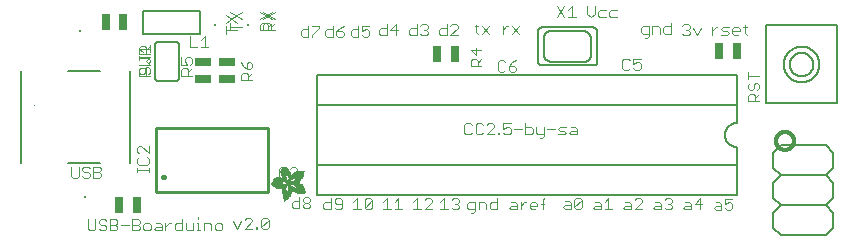
<source format=gbr>
G04 EAGLE Gerber RS-274X export*
G75*
%MOMM*%
%FSLAX34Y34*%
%LPD*%
%INSilkscreen Top*%
%IPPOS*%
%AMOC8*
5,1,8,0,0,1.08239X$1,22.5*%
G01*
%ADD10C,0.304800*%
%ADD11C,0.076200*%
%ADD12C,0.152400*%
%ADD13R,0.650000X1.400000*%
%ADD14C,0.127000*%
%ADD15R,0.200000X0.200000*%
%ADD16C,0.254000*%
%ADD17C,0.101600*%
%ADD18R,1.400000X0.650000*%
%ADD19R,0.063400X0.002600*%
%ADD20R,0.099000X0.002400*%
%ADD21R,0.124400X0.002600*%
%ADD22R,0.144800X0.002400*%
%ADD23R,0.162600X0.002400*%
%ADD24R,0.180200X0.002600*%
%ADD25R,0.193000X0.002400*%
%ADD26R,0.208200X0.002600*%
%ADD27R,0.221000X0.002400*%
%ADD28R,0.233600X0.002400*%
%ADD29R,0.246200X0.002600*%
%ADD30R,0.256600X0.002400*%
%ADD31R,0.266600X0.002600*%
%ADD32R,0.276800X0.002400*%
%ADD33R,0.287000X0.002400*%
%ADD34R,0.297200X0.002600*%
%ADD35R,0.304800X0.002400*%
%ADD36R,0.315000X0.002600*%
%ADD37R,0.322600X0.002400*%
%ADD38R,0.332800X0.002400*%
%ADD39R,0.340400X0.002600*%
%ADD40R,0.350400X0.002400*%
%ADD41R,0.355600X0.002600*%
%ADD42R,0.363200X0.002400*%
%ADD43R,0.370800X0.002400*%
%ADD44R,0.378400X0.002600*%
%ADD45R,0.386000X0.002400*%
%ADD46R,0.391000X0.002600*%
%ADD47R,0.398800X0.002400*%
%ADD48R,0.406400X0.002400*%
%ADD49R,0.411400X0.002600*%
%ADD50R,0.419000X0.002400*%
%ADD51R,0.426600X0.002600*%
%ADD52R,0.431800X0.002400*%
%ADD53R,0.436800X0.002400*%
%ADD54R,0.442000X0.002600*%
%ADD55R,0.447000X0.002400*%
%ADD56R,0.454600X0.002600*%
%ADD57R,0.459600X0.002400*%
%ADD58R,0.467400X0.002400*%
%ADD59R,0.469800X0.002600*%
%ADD60R,0.475000X0.002400*%
%ADD61R,0.482600X0.002600*%
%ADD62R,0.485000X0.002400*%
%ADD63R,0.490200X0.002400*%
%ADD64R,0.495200X0.002600*%
%ADD65R,0.503000X0.002400*%
%ADD66R,0.505400X0.002600*%
%ADD67R,0.510400X0.002400*%
%ADD68R,0.515600X0.002400*%
%ADD69R,0.518000X0.002600*%
%ADD70R,0.523200X0.002400*%
%ADD71R,0.525800X0.002600*%
%ADD72R,0.533400X0.002400*%
%ADD73R,0.538400X0.002400*%
%ADD74R,0.541000X0.002600*%
%ADD75R,0.546000X0.002400*%
%ADD76R,0.548600X0.002600*%
%ADD77R,0.553600X0.002400*%
%ADD78R,0.558800X0.002400*%
%ADD79R,0.561400X0.002600*%
%ADD80R,0.566400X0.002400*%
%ADD81R,0.568800X0.002600*%
%ADD82R,0.574000X0.002400*%
%ADD83R,0.576600X0.002400*%
%ADD84R,0.581600X0.002600*%
%ADD85R,0.584200X0.002400*%
%ADD86R,0.589200X0.002600*%
%ADD87R,0.591800X0.002400*%
%ADD88R,0.596800X0.002400*%
%ADD89R,0.599400X0.002600*%
%ADD90R,0.604400X0.002400*%
%ADD91R,0.604400X0.002600*%
%ADD92R,0.609600X0.002400*%
%ADD93R,0.612200X0.002400*%
%ADD94R,0.617200X0.002600*%
%ADD95R,0.619800X0.002400*%
%ADD96R,0.622200X0.002600*%
%ADD97R,0.627200X0.002400*%
%ADD98R,0.632400X0.002600*%
%ADD99R,0.635000X0.002400*%
%ADD100R,0.640000X0.002600*%
%ADD101R,0.642600X0.002400*%
%ADD102R,0.645000X0.002400*%
%ADD103R,0.647600X0.002600*%
%ADD104R,0.650200X0.002400*%
%ADD105R,0.655200X0.002600*%
%ADD106R,0.657800X0.002400*%
%ADD107R,0.662800X0.002600*%
%ADD108R,0.665400X0.002400*%
%ADD109R,0.668000X0.002600*%
%ADD110R,0.670600X0.002400*%
%ADD111R,0.673000X0.002400*%
%ADD112R,0.678200X0.002600*%
%ADD113R,0.680600X0.002400*%
%ADD114R,0.680600X0.002600*%
%ADD115R,0.685800X0.002400*%
%ADD116R,0.688400X0.002400*%
%ADD117R,0.688400X0.002600*%
%ADD118R,0.693400X0.002400*%
%ADD119R,0.696000X0.002600*%
%ADD120R,0.698400X0.002400*%
%ADD121R,0.703400X0.002600*%
%ADD122R,0.706000X0.002400*%
%ADD123R,0.706000X0.002600*%
%ADD124R,0.711200X0.002400*%
%ADD125R,0.713800X0.002400*%
%ADD126R,0.713800X0.002600*%
%ADD127R,0.716200X0.002400*%
%ADD128R,0.721200X0.002600*%
%ADD129R,0.721200X0.002400*%
%ADD130R,0.723800X0.002400*%
%ADD131R,0.723800X0.002600*%
%ADD132R,0.729000X0.002400*%
%ADD133R,0.731600X0.002600*%
%ADD134R,0.731600X0.002400*%
%ADD135R,0.734000X0.002400*%
%ADD136R,0.736600X0.002600*%
%ADD137R,0.739000X0.002400*%
%ADD138R,0.741600X0.002600*%
%ADD139R,0.741600X0.002400*%
%ADD140R,0.744200X0.002400*%
%ADD141R,0.746600X0.002600*%
%ADD142R,0.749200X0.002400*%
%ADD143R,0.751800X0.002600*%
%ADD144R,0.751800X0.002400*%
%ADD145R,0.754200X0.002400*%
%ADD146R,0.756800X0.002600*%
%ADD147R,0.759400X0.002400*%
%ADD148R,0.759400X0.002600*%
%ADD149R,0.762000X0.002400*%
%ADD150R,0.764600X0.002400*%
%ADD151R,0.764600X0.002600*%
%ADD152R,0.767000X0.002400*%
%ADD153R,0.769600X0.002600*%
%ADD154R,0.772000X0.002400*%
%ADD155R,0.774600X0.002600*%
%ADD156R,0.774600X0.002400*%
%ADD157R,0.777200X0.002600*%
%ADD158R,0.777200X0.002400*%
%ADD159R,0.205600X0.002400*%
%ADD160R,0.779800X0.002400*%
%ADD161R,0.309800X0.002600*%
%ADD162R,0.782400X0.002600*%
%ADD163R,0.381000X0.002400*%
%ADD164R,0.784800X0.002400*%
%ADD165R,0.409000X0.002600*%
%ADD166R,0.784800X0.002600*%
%ADD167R,0.787400X0.002400*%
%ADD168R,0.452000X0.002400*%
%ADD169R,0.790000X0.002600*%
%ADD170R,0.487600X0.002400*%
%ADD171R,0.790000X0.002400*%
%ADD172R,0.502800X0.002600*%
%ADD173R,0.792400X0.002600*%
%ADD174R,0.518000X0.002400*%
%ADD175R,0.792400X0.002400*%
%ADD176R,0.530800X0.002400*%
%ADD177R,0.795000X0.002400*%
%ADD178R,0.795000X0.002600*%
%ADD179R,0.797600X0.002400*%
%ADD180R,0.563800X0.002600*%
%ADD181R,0.797600X0.002600*%
%ADD182R,0.800000X0.002400*%
%ADD183R,0.586600X0.002400*%
%ADD184R,0.596800X0.002600*%
%ADD185R,0.802600X0.002600*%
%ADD186R,0.604600X0.002400*%
%ADD187R,0.805200X0.002400*%
%ADD188R,0.612200X0.002600*%
%ADD189R,0.807600X0.002600*%
%ADD190R,0.622200X0.002400*%
%ADD191R,0.807600X0.002400*%
%ADD192R,0.630000X0.002400*%
%ADD193R,0.810200X0.002400*%
%ADD194R,0.637600X0.002600*%
%ADD195R,0.810200X0.002600*%
%ADD196R,0.647600X0.002400*%
%ADD197R,0.812800X0.002400*%
%ADD198R,0.652800X0.002600*%
%ADD199R,0.812800X0.002600*%
%ADD200R,0.815200X0.002400*%
%ADD201R,0.673000X0.002600*%
%ADD202R,0.815200X0.002600*%
%ADD203R,0.817800X0.002400*%
%ADD204R,0.683200X0.002600*%
%ADD205R,0.817800X0.002600*%
%ADD206R,0.690800X0.002400*%
%ADD207R,0.820400X0.002400*%
%ADD208R,0.696000X0.002400*%
%ADD209R,0.703600X0.002600*%
%ADD210R,0.820400X0.002600*%
%ADD211R,0.708600X0.002400*%
%ADD212R,0.823000X0.002400*%
%ADD213R,0.728800X0.002600*%
%ADD214R,0.825400X0.002600*%
%ADD215R,0.825400X0.002400*%
%ADD216R,0.739000X0.002600*%
%ADD217R,0.828000X0.002600*%
%ADD218R,0.828000X0.002400*%
%ADD219R,0.749200X0.002600*%
%ADD220R,0.830600X0.002600*%
%ADD221R,0.754400X0.002400*%
%ADD222R,0.830600X0.002400*%
%ADD223R,0.833200X0.002600*%
%ADD224R,0.764400X0.002400*%
%ADD225R,0.833200X0.002400*%
%ADD226R,0.835600X0.002600*%
%ADD227R,0.833000X0.002400*%
%ADD228R,0.782400X0.002400*%
%ADD229R,0.835600X0.002400*%
%ADD230R,0.787400X0.002600*%
%ADD231R,0.838200X0.002600*%
%ADD232R,0.789800X0.002400*%
%ADD233R,0.838200X0.002400*%
%ADD234R,0.840600X0.002600*%
%ADD235R,0.797400X0.002400*%
%ADD236R,0.840600X0.002400*%
%ADD237R,0.805200X0.002600*%
%ADD238R,0.840800X0.002600*%
%ADD239R,0.840800X0.002400*%
%ADD240R,0.843200X0.002600*%
%ADD241R,0.843200X0.002400*%
%ADD242R,0.815400X0.002400*%
%ADD243R,0.845800X0.002600*%
%ADD244R,0.845800X0.002400*%
%ADD245R,0.830400X0.002600*%
%ADD246R,0.848200X0.002600*%
%ADD247R,0.848200X0.002400*%
%ADD248R,0.848400X0.002400*%
%ADD249R,0.848400X0.002600*%
%ADD250R,0.850800X0.002400*%
%ADD251R,0.853400X0.002600*%
%ADD252R,0.850800X0.002600*%
%ADD253R,0.856000X0.002400*%
%ADD254R,0.861000X0.002600*%
%ADD255R,0.863600X0.002400*%
%ADD256R,0.866000X0.002600*%
%ADD257R,0.868600X0.002400*%
%ADD258R,0.871200X0.002600*%
%ADD259R,0.873600X0.002400*%
%ADD260R,0.853400X0.002400*%
%ADD261R,0.876200X0.002400*%
%ADD262R,0.876200X0.002600*%
%ADD263R,0.881400X0.002400*%
%ADD264R,0.883800X0.002600*%
%ADD265R,0.886400X0.002400*%
%ADD266R,0.889000X0.002400*%
%ADD267R,0.891600X0.002600*%
%ADD268R,0.891400X0.002400*%
%ADD269R,0.894000X0.002600*%
%ADD270R,0.896600X0.002400*%
%ADD271R,0.899000X0.002400*%
%ADD272R,0.901600X0.002600*%
%ADD273R,0.856000X0.002600*%
%ADD274R,0.904200X0.002400*%
%ADD275R,0.904200X0.002600*%
%ADD276R,0.909200X0.002400*%
%ADD277R,0.911800X0.002400*%
%ADD278R,0.914400X0.002600*%
%ADD279R,0.916800X0.002400*%
%ADD280R,0.919400X0.002600*%
%ADD281R,0.919400X0.002400*%
%ADD282R,0.922000X0.002400*%
%ADD283R,0.924600X0.002600*%
%ADD284R,0.927000X0.002400*%
%ADD285R,0.929600X0.002600*%
%ADD286R,0.932200X0.002400*%
%ADD287R,0.934600X0.002600*%
%ADD288R,0.937200X0.002400*%
%ADD289R,0.939800X0.002600*%
%ADD290R,0.942200X0.002400*%
%ADD291R,0.942400X0.002400*%
%ADD292R,0.944800X0.002600*%
%ADD293R,0.947400X0.002400*%
%ADD294R,0.950000X0.002600*%
%ADD295R,0.952400X0.002400*%
%ADD296R,0.955000X0.002400*%
%ADD297R,0.952400X0.002600*%
%ADD298R,0.957400X0.002600*%
%ADD299R,0.365600X0.002600*%
%ADD300R,0.462200X0.002600*%
%ADD301R,0.960000X0.002400*%
%ADD302R,0.358000X0.002400*%
%ADD303R,0.454600X0.002400*%
%ADD304R,0.962600X0.002400*%
%ADD305R,0.353000X0.002400*%
%ADD306R,0.452200X0.002400*%
%ADD307R,0.965200X0.002600*%
%ADD308R,0.350400X0.002600*%
%ADD309R,0.447000X0.002600*%
%ADD310R,0.965200X0.002400*%
%ADD311R,0.348000X0.002400*%
%ADD312R,0.444400X0.002400*%
%ADD313R,0.967600X0.002600*%
%ADD314R,0.345400X0.002600*%
%ADD315R,0.439400X0.002600*%
%ADD316R,0.970200X0.002400*%
%ADD317R,0.342800X0.002400*%
%ADD318R,0.340200X0.002400*%
%ADD319R,0.972800X0.002600*%
%ADD320R,0.337800X0.002600*%
%ADD321R,0.429200X0.002600*%
%ADD322R,0.972800X0.002400*%
%ADD323R,0.335200X0.002400*%
%ADD324R,0.429200X0.002400*%
%ADD325R,0.975400X0.002600*%
%ADD326R,0.332600X0.002600*%
%ADD327R,0.424200X0.002600*%
%ADD328R,0.977800X0.002400*%
%ADD329R,0.424200X0.002400*%
%ADD330R,0.980400X0.002600*%
%ADD331R,0.330200X0.002600*%
%ADD332R,0.419000X0.002600*%
%ADD333R,0.980400X0.002400*%
%ADD334R,0.327600X0.002400*%
%ADD335R,0.414000X0.002400*%
%ADD336R,0.983000X0.002600*%
%ADD337R,0.327600X0.002600*%
%ADD338R,0.414000X0.002600*%
%ADD339R,0.983000X0.002400*%
%ADD340R,0.325000X0.002400*%
%ADD341R,0.985400X0.002400*%
%ADD342R,0.409000X0.002400*%
%ADD343R,0.988000X0.002600*%
%ADD344R,0.322600X0.002600*%
%ADD345R,0.322400X0.002400*%
%ADD346R,0.320000X0.002600*%
%ADD347R,0.403800X0.002600*%
%ADD348R,0.990600X0.002400*%
%ADD349R,0.317400X0.002400*%
%ADD350R,0.401200X0.002400*%
%ADD351R,0.990600X0.002600*%
%ADD352R,0.317400X0.002600*%
%ADD353R,0.398800X0.002600*%
%ADD354R,0.315000X0.002400*%
%ADD355R,0.396200X0.002400*%
%ADD356R,0.993000X0.002600*%
%ADD357R,0.393600X0.002600*%
%ADD358R,0.993000X0.002400*%
%ADD359R,0.312400X0.002400*%
%ADD360R,0.393600X0.002400*%
%ADD361R,0.312400X0.002600*%
%ADD362R,0.391200X0.002600*%
%ADD363R,0.309800X0.002400*%
%ADD364R,0.388600X0.002400*%
%ADD365R,1.305600X0.002600*%
%ADD366R,0.386000X0.002600*%
%ADD367R,1.300400X0.002400*%
%ADD368R,1.298000X0.002400*%
%ADD369R,0.383400X0.002400*%
%ADD370R,1.298000X0.002600*%
%ADD371R,0.383400X0.002600*%
%ADD372R,1.295400X0.002400*%
%ADD373R,1.292800X0.002600*%
%ADD374R,0.381000X0.002600*%
%ADD375R,1.290200X0.002400*%
%ADD376R,0.378400X0.002400*%
%ADD377R,1.285200X0.002600*%
%ADD378R,1.285200X0.002400*%
%ADD379R,0.373400X0.002400*%
%ADD380R,1.282600X0.002600*%
%ADD381R,0.373400X0.002600*%
%ADD382R,1.282600X0.002400*%
%ADD383R,1.277600X0.002400*%
%ADD384R,1.277600X0.002600*%
%ADD385R,0.368200X0.002600*%
%ADD386R,1.275000X0.002400*%
%ADD387R,0.368200X0.002400*%
%ADD388R,1.272400X0.002600*%
%ADD389R,0.365800X0.002600*%
%ADD390R,1.270000X0.002400*%
%ADD391R,0.365800X0.002400*%
%ADD392R,1.265000X0.002600*%
%ADD393R,0.363200X0.002600*%
%ADD394R,1.265000X0.002400*%
%ADD395R,1.262400X0.002600*%
%ADD396R,0.360600X0.002600*%
%ADD397R,1.259800X0.002400*%
%ADD398R,0.360600X0.002400*%
%ADD399R,1.257200X0.002400*%
%ADD400R,1.257200X0.002600*%
%ADD401R,0.358000X0.002600*%
%ADD402R,1.254800X0.002400*%
%ADD403R,0.355600X0.002400*%
%ADD404R,1.252200X0.002600*%
%ADD405R,1.252200X0.002400*%
%ADD406R,1.247000X0.002400*%
%ADD407R,1.247000X0.002600*%
%ADD408R,0.353000X0.002600*%
%ADD409R,1.242000X0.002600*%
%ADD410R,1.242000X0.002400*%
%ADD411R,1.239400X0.002400*%
%ADD412R,1.237000X0.002600*%
%ADD413R,0.347800X0.002600*%
%ADD414R,1.237000X0.002400*%
%ADD415R,0.347800X0.002400*%
%ADD416R,1.231800X0.002600*%
%ADD417R,1.231800X0.002400*%
%ADD418R,0.345400X0.002400*%
%ADD419R,1.226800X0.002600*%
%ADD420R,1.226800X0.002400*%
%ADD421R,1.224200X0.002600*%
%ADD422R,0.342800X0.002600*%
%ADD423R,1.221600X0.002400*%
%ADD424R,0.340400X0.002400*%
%ADD425R,1.219200X0.002600*%
%ADD426R,1.216600X0.002400*%
%ADD427R,0.337800X0.002400*%
%ADD428R,1.214200X0.002600*%
%ADD429R,1.214200X0.002400*%
%ADD430R,1.209000X0.002400*%
%ADD431R,1.209000X0.002600*%
%ADD432R,0.335200X0.002600*%
%ADD433R,1.206400X0.002600*%
%ADD434R,0.652800X0.002400*%
%ADD435R,0.083800X0.002400*%
%ADD436R,0.505400X0.002400*%
%ADD437R,0.134600X0.002400*%
%ADD438R,0.497800X0.002600*%
%ADD439R,0.332800X0.002600*%
%ADD440R,0.167600X0.002600*%
%ADD441R,0.632400X0.002400*%
%ADD442R,0.330200X0.002400*%
%ADD443R,0.195400X0.002400*%
%ADD444R,0.629800X0.002600*%
%ADD445R,0.223400X0.002600*%
%ADD446R,0.624800X0.002400*%
%ADD447R,0.474800X0.002400*%
%ADD448R,0.246400X0.002400*%
%ADD449R,0.469800X0.002400*%
%ADD450R,0.264000X0.002400*%
%ADD451R,0.619600X0.002600*%
%ADD452R,0.284400X0.002600*%
%ADD453R,0.617200X0.002400*%
%ADD454R,0.457200X0.002400*%
%ADD455R,0.302200X0.002400*%
%ADD456R,0.614600X0.002600*%
%ADD457R,0.452000X0.002600*%
%ADD458R,0.325000X0.002600*%
%ADD459R,0.439400X0.002400*%
%ADD460R,0.609600X0.002600*%
%ADD461R,0.434400X0.002600*%
%ADD462R,0.322400X0.002600*%
%ADD463R,0.602000X0.002400*%
%ADD464R,0.416400X0.002400*%
%ADD465R,0.599400X0.002400*%
%ADD466R,0.408800X0.002400*%
%ADD467R,0.320000X0.002400*%
%ADD468R,0.441800X0.002400*%
%ADD469R,0.401200X0.002600*%
%ADD470R,0.464800X0.002400*%
%ADD471R,0.594200X0.002400*%
%ADD472R,0.591800X0.002600*%
%ADD473R,0.487600X0.002600*%
%ADD474R,0.594400X0.002400*%
%ADD475R,0.495200X0.002400*%
%ADD476R,0.508000X0.002600*%
%ADD477R,0.518200X0.002400*%
%ADD478R,0.589200X0.002400*%
%ADD479R,0.375800X0.002400*%
%ADD480R,0.528400X0.002400*%
%ADD481R,0.370800X0.002600*%
%ADD482R,0.538400X0.002600*%
%ADD483R,0.586600X0.002600*%
%ADD484R,0.556200X0.002600*%
%ADD485R,0.314800X0.002400*%
%ADD486R,0.586800X0.002600*%
%ADD487R,0.584200X0.002600*%
%ADD488R,0.602000X0.002600*%
%ADD489R,0.581600X0.002400*%
%ADD490R,0.619600X0.002400*%
%ADD491R,0.627400X0.002600*%
%ADD492R,0.307200X0.002600*%
%ADD493R,0.642600X0.002600*%
%ADD494R,0.579200X0.002400*%
%ADD495R,0.307400X0.002400*%
%ADD496R,0.579000X0.002600*%
%ADD497R,0.307400X0.002600*%
%ADD498R,0.665400X0.002600*%
%ADD499R,0.307200X0.002400*%
%ADD500R,0.314800X0.002600*%
%ADD501R,0.304800X0.002600*%
%ADD502R,0.576400X0.002400*%
%ADD503R,0.576600X0.002600*%
%ADD504R,0.713600X0.002400*%
%ADD505R,0.574000X0.002600*%
%ADD506R,0.302200X0.002600*%
%ADD507R,0.721400X0.002600*%
%ADD508R,0.299600X0.002400*%
%ADD509R,0.297200X0.002400*%
%ADD510R,0.736600X0.002400*%
%ADD511R,0.292000X0.002600*%
%ADD512R,0.289600X0.002400*%
%ADD513R,0.746800X0.002400*%
%ADD514R,0.571400X0.002600*%
%ADD515R,0.287000X0.002600*%
%ADD516R,0.299800X0.002600*%
%ADD517R,0.754400X0.002600*%
%ADD518R,0.284400X0.002400*%
%ADD519R,1.061800X0.002400*%
%ADD520R,0.571400X0.002400*%
%ADD521R,0.282000X0.002400*%
%ADD522R,1.066800X0.002400*%
%ADD523R,0.279400X0.002600*%
%ADD524R,1.066800X0.002600*%
%ADD525R,1.071800X0.002400*%
%ADD526R,0.274200X0.002600*%
%ADD527R,1.074400X0.002600*%
%ADD528R,0.274200X0.002400*%
%ADD529R,1.076800X0.002400*%
%ADD530R,0.569000X0.002400*%
%ADD531R,0.271800X0.002400*%
%ADD532R,1.079400X0.002400*%
%ADD533R,0.269200X0.002600*%
%ADD534R,1.082000X0.002600*%
%ADD535R,0.266600X0.002400*%
%ADD536R,1.087000X0.002400*%
%ADD537R,0.569000X0.002600*%
%ADD538R,0.264200X0.002600*%
%ADD539R,1.087000X0.002600*%
%ADD540R,0.568800X0.002400*%
%ADD541R,0.261600X0.002400*%
%ADD542R,1.092200X0.002400*%
%ADD543R,0.259000X0.002400*%
%ADD544R,1.094800X0.002400*%
%ADD545R,0.566400X0.002600*%
%ADD546R,0.256600X0.002600*%
%ADD547R,1.097200X0.002600*%
%ADD548R,1.099800X0.002400*%
%ADD549R,0.254000X0.002600*%
%ADD550R,1.104800X0.002600*%
%ADD551R,0.251400X0.002400*%
%ADD552R,1.104800X0.002400*%
%ADD553R,0.248800X0.002400*%
%ADD554R,1.110000X0.002400*%
%ADD555R,0.246400X0.002600*%
%ADD556R,1.112400X0.002600*%
%ADD557R,1.115000X0.002400*%
%ADD558R,1.117600X0.002600*%
%ADD559R,0.563800X0.002400*%
%ADD560R,0.243800X0.002400*%
%ADD561R,1.122600X0.002400*%
%ADD562R,0.241200X0.002400*%
%ADD563R,0.241200X0.002600*%
%ADD564R,1.127800X0.002600*%
%ADD565R,0.238600X0.002400*%
%ADD566R,1.130200X0.002400*%
%ADD567R,0.236200X0.002600*%
%ADD568R,1.132800X0.002600*%
%ADD569R,0.561400X0.002400*%
%ADD570R,1.137800X0.002400*%
%ADD571R,0.561200X0.002400*%
%ADD572R,0.561200X0.002600*%
%ADD573R,0.233600X0.002600*%
%ADD574R,1.143000X0.002600*%
%ADD575R,0.231200X0.002400*%
%ADD576R,1.145600X0.002400*%
%ADD577R,0.231200X0.002600*%
%ADD578R,1.148000X0.002600*%
%ADD579R,0.228600X0.002400*%
%ADD580R,1.153200X0.002400*%
%ADD581R,0.226000X0.002400*%
%ADD582R,0.558800X0.002600*%
%ADD583R,0.228600X0.002600*%
%ADD584R,1.158200X0.002600*%
%ADD585R,1.160800X0.002400*%
%ADD586R,1.165800X0.002600*%
%ADD587R,0.223400X0.002400*%
%ADD588R,1.168400X0.002400*%
%ADD589R,1.171000X0.002400*%
%ADD590R,1.176000X0.002600*%
%ADD591R,0.220800X0.002400*%
%ADD592R,1.176000X0.002400*%
%ADD593R,0.221000X0.002600*%
%ADD594R,1.181000X0.002600*%
%ADD595R,1.186200X0.002400*%
%ADD596R,0.218400X0.002400*%
%ADD597R,1.188600X0.002400*%
%ADD598R,1.193800X0.002600*%
%ADD599R,1.196200X0.002400*%
%ADD600R,1.201400X0.002600*%
%ADD601R,0.556200X0.002400*%
%ADD602R,1.206400X0.002400*%
%ADD603R,0.218400X0.002600*%
%ADD604R,1.221600X0.002600*%
%ADD605R,0.553800X0.002400*%
%ADD606R,0.223600X0.002400*%
%ADD607R,0.553600X0.002600*%
%ADD608R,0.226000X0.002600*%
%ADD609R,0.551200X0.002600*%
%ADD610R,0.231000X0.002600*%
%ADD611R,1.249600X0.002600*%
%ADD612R,0.551200X0.002400*%
%ADD613R,0.236200X0.002400*%
%ADD614R,1.513800X0.002400*%
%ADD615R,1.513800X0.002600*%
%ADD616R,0.551000X0.002400*%
%ADD617R,1.516200X0.002600*%
%ADD618R,1.516400X0.002400*%
%ADD619R,0.551000X0.002600*%
%ADD620R,1.518800X0.002600*%
%ADD621R,1.519000X0.002400*%
%ADD622R,1.519000X0.002600*%
%ADD623R,1.521400X0.002400*%
%ADD624R,1.521400X0.002600*%
%ADD625R,1.524000X0.002400*%
%ADD626R,1.524000X0.002600*%
%ADD627R,1.526400X0.002400*%
%ADD628R,1.526600X0.002600*%
%ADD629R,1.529000X0.002400*%
%ADD630R,1.529000X0.002600*%
%ADD631R,1.531600X0.002400*%
%ADD632R,1.534200X0.002600*%
%ADD633R,1.536600X0.002400*%
%ADD634R,1.539200X0.002600*%
%ADD635R,1.541800X0.002400*%
%ADD636R,1.544200X0.002600*%
%ADD637R,1.549400X0.002400*%
%ADD638R,1.549400X0.002600*%
%ADD639R,1.554400X0.002400*%
%ADD640R,1.557000X0.002400*%
%ADD641R,0.594400X0.002600*%
%ADD642R,1.559400X0.002600*%
%ADD643R,1.564600X0.002400*%
%ADD644R,0.604600X0.002600*%
%ADD645R,1.567200X0.002600*%
%ADD646R,1.572200X0.002400*%
%ADD647R,0.614600X0.002400*%
%ADD648R,1.577200X0.002400*%
%ADD649R,0.525800X0.002400*%
%ADD650R,0.906800X0.002400*%
%ADD651R,1.168400X0.002600*%
%ADD652R,0.889000X0.002600*%
%ADD653R,1.155600X0.002400*%
%ADD654R,1.143000X0.002400*%
%ADD655R,0.866200X0.002400*%
%ADD656R,1.130200X0.002600*%
%ADD657R,1.120000X0.002400*%
%ADD658R,1.110000X0.002600*%
%ADD659R,1.084600X0.002600*%
%ADD660R,1.071800X0.002600*%
%ADD661R,1.064200X0.002400*%
%ADD662R,0.807800X0.002400*%
%ADD663R,1.059200X0.002400*%
%ADD664R,0.802600X0.002400*%
%ADD665R,1.054000X0.002600*%
%ADD666R,0.800000X0.002600*%
%ADD667R,1.049000X0.002400*%
%ADD668R,1.046400X0.002600*%
%ADD669R,1.041400X0.002400*%
%ADD670R,1.038800X0.002400*%
%ADD671R,1.033800X0.002600*%
%ADD672R,1.031200X0.002400*%
%ADD673R,1.028600X0.002600*%
%ADD674R,1.026000X0.002400*%
%ADD675R,0.782200X0.002400*%
%ADD676R,1.026200X0.002400*%
%ADD677R,1.023600X0.002600*%
%ADD678R,0.782200X0.002600*%
%ADD679R,1.021000X0.002400*%
%ADD680R,1.021000X0.002600*%
%ADD681R,1.018400X0.002400*%
%ADD682R,1.018400X0.002600*%
%ADD683R,1.023600X0.002400*%
%ADD684R,1.026200X0.002600*%
%ADD685R,1.028600X0.002400*%
%ADD686R,1.033600X0.002600*%
%ADD687R,0.797400X0.002600*%
%ADD688R,1.033600X0.002400*%
%ADD689R,1.036200X0.002600*%
%ADD690R,1.046400X0.002400*%
%ADD691R,1.049000X0.002600*%
%ADD692R,1.054000X0.002400*%
%ADD693R,1.056600X0.002600*%
%ADD694R,1.061600X0.002400*%
%ADD695R,0.822800X0.002400*%
%ADD696R,1.097200X0.002400*%
%ADD697R,0.858400X0.002600*%
%ADD698R,1.122600X0.002600*%
%ADD699R,0.878800X0.002400*%
%ADD700R,1.140400X0.002400*%
%ADD701R,0.883800X0.002400*%
%ADD702R,0.901600X0.002400*%
%ADD703R,1.170800X0.002600*%
%ADD704R,0.909200X0.002600*%
%ADD705R,1.181000X0.002400*%
%ADD706R,1.196400X0.002400*%
%ADD707R,0.929600X0.002400*%
%ADD708R,1.221800X0.002400*%
%ADD709R,0.949800X0.002400*%
%ADD710R,0.962600X0.002600*%
%ADD711R,0.975400X0.002400*%
%ADD712R,1.272400X0.002400*%
%ADD713R,1.290400X0.002600*%
%ADD714R,1.008200X0.002600*%
%ADD715R,1.318200X0.002400*%
%ADD716R,1.361400X0.002600*%
%ADD717R,2.491600X0.002400*%
%ADD718R,2.494200X0.002400*%
%ADD719R,2.499400X0.002600*%
%ADD720R,2.501800X0.002400*%
%ADD721R,2.504400X0.002600*%
%ADD722R,2.509400X0.002400*%
%ADD723R,2.512000X0.002400*%
%ADD724R,2.517200X0.002600*%
%ADD725R,2.519600X0.002400*%
%ADD726R,2.524800X0.002600*%
%ADD727R,2.527200X0.002400*%
%ADD728R,2.529800X0.002400*%
%ADD729R,2.535000X0.002600*%
%ADD730R,1.673800X0.002400*%
%ADD731R,1.661200X0.002600*%
%ADD732R,1.653400X0.002400*%
%ADD733R,1.645800X0.002400*%
%ADD734R,1.638200X0.002600*%
%ADD735R,1.635800X0.002400*%
%ADD736R,0.779800X0.002600*%
%ADD737R,1.630600X0.002600*%
%ADD738R,1.625600X0.002400*%
%ADD739R,0.772200X0.002400*%
%ADD740R,1.620400X0.002400*%
%ADD741R,1.618000X0.002600*%
%ADD742R,1.612800X0.002400*%
%ADD743R,0.764400X0.002600*%
%ADD744R,1.610200X0.002600*%
%ADD745R,1.607800X0.002400*%
%ADD746R,1.602600X0.002400*%
%ADD747R,0.757000X0.002600*%
%ADD748R,1.600200X0.002600*%
%ADD749R,1.597600X0.002400*%
%ADD750R,1.595000X0.002600*%
%ADD751R,1.592600X0.002400*%
%ADD752R,1.590000X0.002400*%
%ADD753R,0.746800X0.002600*%
%ADD754R,1.587400X0.002600*%
%ADD755R,1.585000X0.002400*%
%ADD756R,0.744200X0.002600*%
%ADD757R,1.582400X0.002600*%
%ADD758R,1.579800X0.002400*%
%ADD759R,1.577200X0.002600*%
%ADD760R,1.574800X0.002400*%
%ADD761R,0.734000X0.002600*%
%ADD762R,1.574800X0.002600*%
%ADD763R,1.338600X0.002400*%
%ADD764R,0.731400X0.002400*%
%ADD765R,1.323200X0.002400*%
%ADD766R,0.731400X0.002600*%
%ADD767R,0.213200X0.002600*%
%ADD768R,1.315600X0.002600*%
%ADD769R,0.210800X0.002400*%
%ADD770R,1.308000X0.002400*%
%ADD771R,0.726400X0.002600*%
%ADD772R,0.210800X0.002600*%
%ADD773R,1.300400X0.002600*%
%ADD774R,0.721400X0.002400*%
%ADD775R,0.208200X0.002400*%
%ADD776R,0.718800X0.002400*%
%ADD777R,0.716200X0.002600*%
%ADD778R,1.267400X0.002400*%
%ADD779R,0.713600X0.002600*%
%ADD780R,1.254800X0.002600*%
%ADD781R,1.249600X0.002400*%
%ADD782R,0.711200X0.002600*%
%ADD783R,1.244600X0.002600*%
%ADD784R,0.706200X0.002400*%
%ADD785R,0.213400X0.002400*%
%ADD786R,0.213200X0.002400*%
%ADD787R,0.215800X0.002600*%
%ADD788R,1.221800X0.002600*%
%ADD789R,0.701000X0.002400*%
%ADD790R,0.215800X0.002400*%
%ADD791R,1.219200X0.002400*%
%ADD792R,1.214000X0.002400*%
%ADD793R,0.701000X0.002600*%
%ADD794R,0.223600X0.002600*%
%ADD795R,1.198800X0.002600*%
%ADD796R,0.695800X0.002400*%
%ADD797R,1.193800X0.002400*%
%ADD798R,1.188800X0.002400*%
%ADD799R,0.695800X0.002600*%
%ADD800R,1.186200X0.002600*%
%ADD801R,0.690800X0.002600*%
%ADD802R,1.178400X0.002600*%
%ADD803R,0.238800X0.002400*%
%ADD804R,1.173400X0.002400*%
%ADD805R,0.688200X0.002400*%
%ADD806R,0.688200X0.002600*%
%ADD807R,1.163200X0.002600*%
%ADD808R,1.158200X0.002400*%
%ADD809R,0.685800X0.002600*%
%ADD810R,1.155600X0.002600*%
%ADD811R,1.150600X0.002400*%
%ADD812R,0.683200X0.002400*%
%ADD813R,1.145400X0.002400*%
%ADD814R,0.256400X0.002400*%
%ADD815R,1.135400X0.002400*%
%ADD816R,0.261600X0.002600*%
%ADD817R,1.127600X0.002400*%
%ADD818R,1.125200X0.002400*%
%ADD819R,1.120000X0.002600*%
%ADD820R,0.678200X0.002400*%
%ADD821R,1.107400X0.002400*%
%ADD822R,0.675600X0.002400*%
%ADD823R,1.102200X0.002400*%
%ADD824R,1.099800X0.002600*%
%ADD825R,0.675600X0.002600*%
%ADD826R,1.089600X0.002600*%
%ADD827R,0.294600X0.002400*%
%ADD828R,1.084400X0.002400*%
%ADD829R,1.082000X0.002400*%
%ADD830R,1.076800X0.002600*%
%ADD831R,1.069200X0.002600*%
%ADD832R,1.051400X0.002400*%
%ADD833R,0.670400X0.002400*%
%ADD834R,0.670600X0.002600*%
%ADD835R,1.031200X0.002600*%
%ADD836R,0.670400X0.002600*%
%ADD837R,1.016000X0.002400*%
%ADD838R,1.010800X0.002600*%
%ADD839R,0.376000X0.002400*%
%ADD840R,1.005800X0.002400*%
%ADD841R,1.000800X0.002600*%
%ADD842R,0.998200X0.002400*%
%ADD843R,0.391200X0.002400*%
%ADD844R,0.396200X0.002600*%
%ADD845R,0.401400X0.002400*%
%ADD846R,0.406400X0.002600*%
%ADD847R,0.977800X0.002600*%
%ADD848R,0.421600X0.002400*%
%ADD849R,0.955000X0.002600*%
%ADD850R,0.950000X0.002400*%
%ADD851R,0.944800X0.002400*%
%ADD852R,0.942200X0.002600*%
%ADD853R,0.467200X0.002400*%
%ADD854R,0.477400X0.002600*%
%ADD855R,0.530800X0.002600*%
%ADD856R,0.906800X0.002600*%
%ADD857R,1.325800X0.002400*%
%ADD858R,0.894000X0.002400*%
%ADD859R,1.325800X0.002600*%
%ADD860R,1.328400X0.002400*%
%ADD861R,1.328400X0.002600*%
%ADD862R,0.881400X0.002600*%
%ADD863R,1.333400X0.002400*%
%ADD864R,1.333400X0.002600*%
%ADD865R,0.863600X0.002600*%
%ADD866R,0.858400X0.002400*%
%ADD867R,1.336000X0.002600*%
%ADD868R,1.338600X0.002600*%
%ADD869R,0.833000X0.002600*%
%ADD870R,1.343600X0.002400*%
%ADD871R,1.343600X0.002600*%
%ADD872R,0.365600X0.002400*%
%ADD873R,1.346200X0.002400*%
%ADD874R,1.348800X0.002600*%
%ADD875R,1.348800X0.002400*%
%ADD876R,1.351200X0.002600*%
%ADD877R,1.351200X0.002400*%
%ADD878R,0.269200X0.002400*%
%ADD879R,1.353800X0.002400*%
%ADD880R,0.249000X0.002400*%
%ADD881R,1.353800X0.002600*%
%ADD882R,0.340200X0.002600*%
%ADD883R,1.356200X0.002400*%
%ADD884R,1.358800X0.002600*%
%ADD885R,0.198200X0.002600*%
%ADD886R,1.358800X0.002400*%
%ADD887R,0.180200X0.002400*%
%ADD888R,0.157400X0.002400*%
%ADD889R,0.132000X0.002600*%
%ADD890R,1.364000X0.002400*%
%ADD891R,0.101600X0.002400*%
%ADD892R,1.364000X0.002600*%
%ADD893R,0.050800X0.002600*%
%ADD894R,1.369000X0.002400*%
%ADD895R,1.369000X0.002600*%
%ADD896R,1.371600X0.002600*%
%ADD897R,1.374200X0.002400*%
%ADD898R,1.376600X0.002600*%
%ADD899R,1.376600X0.002400*%
%ADD900R,1.379200X0.002600*%
%ADD901R,1.381800X0.002400*%
%ADD902R,1.381800X0.002600*%
%ADD903R,1.386800X0.002400*%
%ADD904R,1.386800X0.002600*%
%ADD905R,0.294600X0.002600*%
%ADD906R,1.389200X0.002400*%
%ADD907R,1.389200X0.002600*%
%ADD908R,1.394400X0.002400*%
%ADD909R,0.292000X0.002400*%
%ADD910R,1.394400X0.002600*%
%ADD911R,1.397000X0.002400*%
%ADD912R,1.397000X0.002600*%
%ADD913R,1.402000X0.002400*%
%ADD914R,1.402000X0.002600*%
%ADD915R,0.289600X0.002600*%
%ADD916R,1.404600X0.002400*%
%ADD917R,1.407000X0.002600*%
%ADD918R,1.409600X0.002400*%
%ADD919R,1.412200X0.002600*%
%ADD920R,1.412200X0.002400*%
%ADD921R,1.414800X0.002600*%
%ADD922R,1.417200X0.002400*%
%ADD923R,1.419800X0.002600*%
%ADD924R,1.419800X0.002400*%
%ADD925R,1.422400X0.002400*%
%ADD926R,1.424800X0.002600*%
%ADD927R,1.424800X0.002400*%
%ADD928R,1.051400X0.002600*%
%ADD929R,0.375800X0.002600*%
%ADD930R,1.044000X0.002400*%
%ADD931R,0.383600X0.002400*%
%ADD932R,1.041400X0.002600*%
%ADD933R,0.299600X0.002600*%
%ADD934R,1.038800X0.002600*%
%ADD935R,0.388600X0.002600*%
%ADD936R,1.036200X0.002400*%
%ADD937R,0.398600X0.002600*%
%ADD938R,0.398600X0.002400*%
%ADD939R,1.018600X0.002600*%
%ADD940R,0.403800X0.002400*%
%ADD941R,1.013400X0.002600*%
%ADD942R,1.008400X0.002400*%
%ADD943R,0.411400X0.002400*%
%ADD944R,1.005800X0.002600*%
%ADD945R,1.003200X0.002400*%
%ADD946R,0.421600X0.002600*%
%ADD947R,0.426800X0.002400*%
%ADD948R,0.995600X0.002400*%
%ADD949R,0.441800X0.002600*%
%ADD950R,0.988000X0.002400*%
%ADD951R,0.985400X0.002600*%
%ADD952R,0.975200X0.002400*%
%ADD953R,0.970200X0.002600*%
%ADD954R,0.967600X0.002400*%
%ADD955R,0.960000X0.002600*%
%ADD956R,0.805000X0.002600*%
%ADD957R,0.957400X0.002400*%
%ADD958R,0.947400X0.002600*%
%ADD959R,0.934600X0.002400*%
%ADD960R,0.927000X0.002600*%
%ADD961R,0.924600X0.002400*%
%ADD962R,0.917000X0.002400*%
%ADD963R,0.891400X0.002600*%
%ADD964R,0.861000X0.002400*%
%ADD965R,0.789800X0.002600*%
%ADD966R,0.772200X0.002600*%
%ADD967R,0.772000X0.002600*%
%ADD968R,0.726400X0.002400*%
%ADD969R,0.769600X0.002400*%
%ADD970R,0.718800X0.002600*%
%ADD971R,0.767000X0.002600*%
%ADD972R,0.660400X0.002400*%
%ADD973R,0.650200X0.002600*%
%ADD974R,0.637400X0.002400*%
%ADD975R,0.607000X0.002400*%
%ADD976R,0.535800X0.002400*%
%ADD977R,0.756800X0.002400*%
%ADD978R,0.061000X0.002400*%
%ADD979R,0.746600X0.002400*%
%ADD980R,0.729000X0.002600*%
%ADD981R,0.703600X0.002400*%
%ADD982R,0.698400X0.002600*%
%ADD983R,0.693400X0.002600*%
%ADD984R,0.680800X0.002400*%
%ADD985R,0.680800X0.002600*%
%ADD986R,0.668000X0.002400*%
%ADD987R,0.663000X0.002400*%
%ADD988R,0.663000X0.002600*%
%ADD989R,0.655200X0.002400*%
%ADD990R,0.652600X0.002600*%
%ADD991R,0.652600X0.002400*%
%ADD992R,0.645200X0.002400*%
%ADD993R,0.645200X0.002600*%
%ADD994R,0.640000X0.002400*%
%ADD995R,0.635000X0.002600*%
%ADD996R,0.629800X0.002400*%
%ADD997R,0.627400X0.002400*%
%ADD998R,0.612000X0.002600*%
%ADD999R,0.612000X0.002400*%
%ADD1000R,0.607000X0.002600*%
%ADD1001R,0.553800X0.002600*%
%ADD1002R,0.546000X0.002600*%
%ADD1003R,0.543400X0.002400*%
%ADD1004R,0.543400X0.002600*%
%ADD1005R,0.536000X0.002400*%
%ADD1006R,0.536000X0.002600*%
%ADD1007R,0.528200X0.002600*%
%ADD1008R,0.525600X0.002400*%
%ADD1009R,0.520600X0.002600*%
%ADD1010R,0.515600X0.002600*%
%ADD1011R,0.510600X0.002400*%
%ADD1012R,0.502800X0.002400*%
%ADD1013R,0.500400X0.002600*%
%ADD1014R,0.497800X0.002400*%
%ADD1015R,0.492800X0.002400*%
%ADD1016R,0.492800X0.002600*%
%ADD1017R,0.485000X0.002600*%
%ADD1018R,0.482600X0.002400*%
%ADD1019R,0.480000X0.002400*%
%ADD1020R,0.475000X0.002600*%
%ADD1021R,0.472400X0.002400*%
%ADD1022R,0.444400X0.002600*%
%ADD1023R,0.442000X0.002400*%
%ADD1024R,0.436800X0.002600*%
%ADD1025R,0.434200X0.002400*%
%ADD1026R,0.416600X0.002400*%
%ADD1027R,0.358200X0.002400*%
%ADD1028R,0.289400X0.002400*%
%ADD1029R,0.276800X0.002600*%
%ADD1030R,0.256400X0.002600*%
%ADD1031R,0.254000X0.002400*%
%ADD1032R,0.243800X0.002600*%
%ADD1033R,0.231000X0.002400*%
%ADD1034R,0.203200X0.002400*%
%ADD1035R,0.200600X0.002600*%
%ADD1036R,0.195600X0.002400*%
%ADD1037R,0.193000X0.002600*%
%ADD1038R,0.188000X0.002400*%
%ADD1039R,0.182800X0.002400*%
%ADD1040R,0.172600X0.002400*%
%ADD1041R,0.170200X0.002600*%
%ADD1042R,0.167600X0.002400*%
%ADD1043R,0.160000X0.002400*%
%ADD1044R,0.157400X0.002600*%
%ADD1045R,0.152400X0.002400*%
%ADD1046R,0.149800X0.002600*%
%ADD1047R,0.139600X0.002400*%
%ADD1048R,0.137200X0.002600*%
%ADD1049R,0.129400X0.002400*%
%ADD1050R,0.127000X0.002600*%
%ADD1051R,0.124400X0.002400*%
%ADD1052R,0.119400X0.002400*%
%ADD1053R,0.114200X0.002600*%
%ADD1054R,0.109200X0.002400*%
%ADD1055R,0.106600X0.002600*%
%ADD1056R,0.096400X0.002400*%
%ADD1057R,0.094000X0.002600*%
%ADD1058R,0.088800X0.002400*%
%ADD1059R,0.083800X0.002600*%
%ADD1060R,0.078600X0.002400*%
%ADD1061R,0.076200X0.002400*%
%ADD1062R,0.073600X0.002600*%
%ADD1063R,0.066000X0.002400*%
%ADD1064R,0.058400X0.002400*%
%ADD1065R,0.055800X0.002400*%
%ADD1066R,0.048200X0.002600*%
%ADD1067R,0.045600X0.002400*%
%ADD1068R,0.043200X0.002600*%
%ADD1069R,0.038000X0.002400*%
%ADD1070R,0.035600X0.002400*%
%ADD1071R,0.027800X0.002600*%
%ADD1072R,0.025400X0.002400*%
%ADD1073R,0.020200X0.002600*%
%ADD1074R,0.017800X0.002400*%
%ADD1075R,0.015200X0.002400*%
%ADD1076R,0.010000X0.002600*%
%ADD1077R,0.007600X0.002400*%


D10*
X642620Y82550D02*
X642622Y82737D01*
X642629Y82924D01*
X642641Y83111D01*
X642657Y83297D01*
X642677Y83483D01*
X642702Y83668D01*
X642732Y83853D01*
X642766Y84037D01*
X642805Y84220D01*
X642848Y84402D01*
X642896Y84582D01*
X642948Y84762D01*
X643005Y84940D01*
X643065Y85117D01*
X643131Y85292D01*
X643200Y85466D01*
X643274Y85638D01*
X643352Y85808D01*
X643434Y85976D01*
X643520Y86142D01*
X643610Y86306D01*
X643704Y86467D01*
X643802Y86627D01*
X643904Y86783D01*
X644010Y86938D01*
X644120Y87089D01*
X644233Y87238D01*
X644350Y87384D01*
X644470Y87527D01*
X644594Y87667D01*
X644721Y87804D01*
X644852Y87938D01*
X644986Y88069D01*
X645123Y88196D01*
X645263Y88320D01*
X645406Y88440D01*
X645552Y88557D01*
X645701Y88670D01*
X645852Y88780D01*
X646007Y88886D01*
X646163Y88988D01*
X646323Y89086D01*
X646484Y89180D01*
X646648Y89270D01*
X646814Y89356D01*
X646982Y89438D01*
X647152Y89516D01*
X647324Y89590D01*
X647498Y89659D01*
X647673Y89725D01*
X647850Y89785D01*
X648028Y89842D01*
X648208Y89894D01*
X648388Y89942D01*
X648570Y89985D01*
X648753Y90024D01*
X648937Y90058D01*
X649122Y90088D01*
X649307Y90113D01*
X649493Y90133D01*
X649679Y90149D01*
X649866Y90161D01*
X650053Y90168D01*
X650240Y90170D01*
X650427Y90168D01*
X650614Y90161D01*
X650801Y90149D01*
X650987Y90133D01*
X651173Y90113D01*
X651358Y90088D01*
X651543Y90058D01*
X651727Y90024D01*
X651910Y89985D01*
X652092Y89942D01*
X652272Y89894D01*
X652452Y89842D01*
X652630Y89785D01*
X652807Y89725D01*
X652982Y89659D01*
X653156Y89590D01*
X653328Y89516D01*
X653498Y89438D01*
X653666Y89356D01*
X653832Y89270D01*
X653996Y89180D01*
X654157Y89086D01*
X654317Y88988D01*
X654473Y88886D01*
X654628Y88780D01*
X654779Y88670D01*
X654928Y88557D01*
X655074Y88440D01*
X655217Y88320D01*
X655357Y88196D01*
X655494Y88069D01*
X655628Y87938D01*
X655759Y87804D01*
X655886Y87667D01*
X656010Y87527D01*
X656130Y87384D01*
X656247Y87238D01*
X656360Y87089D01*
X656470Y86938D01*
X656576Y86783D01*
X656678Y86627D01*
X656776Y86467D01*
X656870Y86306D01*
X656960Y86142D01*
X657046Y85976D01*
X657128Y85808D01*
X657206Y85638D01*
X657280Y85466D01*
X657349Y85292D01*
X657415Y85117D01*
X657475Y84940D01*
X657532Y84762D01*
X657584Y84582D01*
X657632Y84402D01*
X657675Y84220D01*
X657714Y84037D01*
X657748Y83853D01*
X657778Y83668D01*
X657803Y83483D01*
X657823Y83297D01*
X657839Y83111D01*
X657851Y82924D01*
X657858Y82737D01*
X657860Y82550D01*
X657858Y82363D01*
X657851Y82176D01*
X657839Y81989D01*
X657823Y81803D01*
X657803Y81617D01*
X657778Y81432D01*
X657748Y81247D01*
X657714Y81063D01*
X657675Y80880D01*
X657632Y80698D01*
X657584Y80518D01*
X657532Y80338D01*
X657475Y80160D01*
X657415Y79983D01*
X657349Y79808D01*
X657280Y79634D01*
X657206Y79462D01*
X657128Y79292D01*
X657046Y79124D01*
X656960Y78958D01*
X656870Y78794D01*
X656776Y78633D01*
X656678Y78473D01*
X656576Y78317D01*
X656470Y78162D01*
X656360Y78011D01*
X656247Y77862D01*
X656130Y77716D01*
X656010Y77573D01*
X655886Y77433D01*
X655759Y77296D01*
X655628Y77162D01*
X655494Y77031D01*
X655357Y76904D01*
X655217Y76780D01*
X655074Y76660D01*
X654928Y76543D01*
X654779Y76430D01*
X654628Y76320D01*
X654473Y76214D01*
X654317Y76112D01*
X654157Y76014D01*
X653996Y75920D01*
X653832Y75830D01*
X653666Y75744D01*
X653498Y75662D01*
X653328Y75584D01*
X653156Y75510D01*
X652982Y75441D01*
X652807Y75375D01*
X652630Y75315D01*
X652452Y75258D01*
X652272Y75206D01*
X652092Y75158D01*
X651910Y75115D01*
X651727Y75076D01*
X651543Y75042D01*
X651358Y75012D01*
X651173Y74987D01*
X650987Y74967D01*
X650801Y74951D01*
X650614Y74939D01*
X650427Y74932D01*
X650240Y74930D01*
X650053Y74932D01*
X649866Y74939D01*
X649679Y74951D01*
X649493Y74967D01*
X649307Y74987D01*
X649122Y75012D01*
X648937Y75042D01*
X648753Y75076D01*
X648570Y75115D01*
X648388Y75158D01*
X648208Y75206D01*
X648028Y75258D01*
X647850Y75315D01*
X647673Y75375D01*
X647498Y75441D01*
X647324Y75510D01*
X647152Y75584D01*
X646982Y75662D01*
X646814Y75744D01*
X646648Y75830D01*
X646484Y75920D01*
X646323Y76014D01*
X646163Y76112D01*
X646007Y76214D01*
X645852Y76320D01*
X645701Y76430D01*
X645552Y76543D01*
X645406Y76660D01*
X645263Y76780D01*
X645123Y76904D01*
X644986Y77031D01*
X644852Y77162D01*
X644721Y77296D01*
X644594Y77433D01*
X644470Y77573D01*
X644350Y77716D01*
X644233Y77862D01*
X644120Y78011D01*
X644010Y78162D01*
X643904Y78317D01*
X643802Y78473D01*
X643704Y78633D01*
X643610Y78794D01*
X643520Y78958D01*
X643434Y79124D01*
X643352Y79292D01*
X643274Y79462D01*
X643200Y79634D01*
X643131Y79808D01*
X643065Y79983D01*
X643005Y80160D01*
X642948Y80338D01*
X642896Y80518D01*
X642848Y80698D01*
X642805Y80880D01*
X642766Y81063D01*
X642732Y81247D01*
X642702Y81432D01*
X642677Y81617D01*
X642657Y81803D01*
X642641Y81989D01*
X642629Y82176D01*
X642622Y82363D01*
X642620Y82550D01*
D11*
X246682Y170561D02*
X246682Y179967D01*
X246682Y170561D02*
X241979Y170561D01*
X240411Y172129D01*
X240411Y175264D01*
X241979Y176832D01*
X246682Y176832D01*
X249766Y179967D02*
X256037Y179967D01*
X256037Y178399D01*
X249766Y172129D01*
X249766Y170561D01*
X418509Y30782D02*
X421644Y30782D01*
X423212Y29214D01*
X423212Y24511D01*
X418509Y24511D01*
X416941Y26079D01*
X418509Y27646D01*
X423212Y27646D01*
X426296Y24511D02*
X426296Y30782D01*
X426296Y27646D02*
X429432Y30782D01*
X430999Y30782D01*
X435660Y24511D02*
X438795Y24511D01*
X435660Y24511D02*
X434092Y26079D01*
X434092Y29214D01*
X435660Y30782D01*
X438795Y30782D01*
X440363Y29214D01*
X440363Y27646D01*
X434092Y27646D01*
X445015Y24511D02*
X445015Y32349D01*
X446583Y33917D01*
X446583Y29214D02*
X443447Y29214D01*
X386084Y21376D02*
X384516Y21376D01*
X386084Y21376D02*
X387652Y22943D01*
X387652Y30782D01*
X382949Y30782D01*
X381381Y29214D01*
X381381Y26079D01*
X382949Y24511D01*
X387652Y24511D01*
X390736Y24511D02*
X390736Y30782D01*
X395439Y30782D01*
X397007Y29214D01*
X397007Y24511D01*
X406362Y24511D02*
X406362Y33917D01*
X406362Y24511D02*
X401659Y24511D01*
X400091Y26079D01*
X400091Y29214D01*
X401659Y30782D01*
X406362Y30782D01*
X463975Y31290D02*
X467110Y31290D01*
X468678Y29722D01*
X468678Y25019D01*
X463975Y25019D01*
X462407Y26587D01*
X463975Y28154D01*
X468678Y28154D01*
X471762Y26587D02*
X471762Y32857D01*
X473330Y34425D01*
X476465Y34425D01*
X478033Y32857D01*
X478033Y26587D01*
X476465Y25019D01*
X473330Y25019D01*
X471762Y26587D01*
X478033Y32857D01*
X591483Y30528D02*
X594618Y30528D01*
X596186Y28960D01*
X596186Y24257D01*
X591483Y24257D01*
X589915Y25825D01*
X591483Y27392D01*
X596186Y27392D01*
X599270Y33663D02*
X605541Y33663D01*
X599270Y33663D02*
X599270Y28960D01*
X602406Y30528D01*
X603973Y30528D01*
X605541Y28960D01*
X605541Y25825D01*
X603973Y24257D01*
X600838Y24257D01*
X599270Y25825D01*
X563331Y179669D02*
X564898Y181237D01*
X568034Y181237D01*
X569601Y179669D01*
X569601Y178102D01*
X568034Y176534D01*
X566466Y176534D01*
X568034Y176534D02*
X569601Y174966D01*
X569601Y173399D01*
X568034Y171831D01*
X564898Y171831D01*
X563331Y173399D01*
X572686Y178102D02*
X575821Y171831D01*
X578957Y178102D01*
X533278Y169966D02*
X531711Y169966D01*
X533278Y169966D02*
X534846Y171533D01*
X534846Y179372D01*
X530143Y179372D01*
X528575Y177804D01*
X528575Y174669D01*
X530143Y173101D01*
X534846Y173101D01*
X537931Y173101D02*
X537931Y179372D01*
X542634Y179372D01*
X544201Y177804D01*
X544201Y173101D01*
X553557Y173101D02*
X553557Y182507D01*
X553557Y173101D02*
X548853Y173101D01*
X547286Y174669D01*
X547286Y177804D01*
X548853Y179372D01*
X553557Y179372D01*
X482855Y190206D02*
X482855Y196477D01*
X482855Y190206D02*
X485991Y187071D01*
X489126Y190206D01*
X489126Y196477D01*
X493778Y193342D02*
X498481Y193342D01*
X493778Y193342D02*
X492211Y191774D01*
X492211Y188639D01*
X493778Y187071D01*
X498481Y187071D01*
X503133Y193342D02*
X507837Y193342D01*
X503133Y193342D02*
X501566Y191774D01*
X501566Y188639D01*
X503133Y187071D01*
X507837Y187071D01*
X411220Y179372D02*
X411220Y173101D01*
X411220Y176236D02*
X414355Y179372D01*
X415923Y179372D01*
X419016Y179372D02*
X425286Y173101D01*
X419016Y173101D02*
X425286Y179372D01*
X388947Y180939D02*
X388947Y174669D01*
X390514Y173101D01*
X390514Y179372D02*
X387379Y179372D01*
X393616Y179372D02*
X399887Y173101D01*
X393616Y173101D02*
X399887Y179372D01*
X238900Y34740D02*
X238900Y25334D01*
X234197Y25334D01*
X232629Y26902D01*
X232629Y30037D01*
X234197Y31605D01*
X238900Y31605D01*
X241984Y33172D02*
X243552Y34740D01*
X246687Y34740D01*
X248255Y33172D01*
X248255Y31605D01*
X246687Y30037D01*
X248255Y28469D01*
X248255Y26902D01*
X246687Y25334D01*
X243552Y25334D01*
X241984Y26902D01*
X241984Y28469D01*
X243552Y30037D01*
X241984Y31605D01*
X241984Y33172D01*
X243552Y30037D02*
X246687Y30037D01*
X265732Y33917D02*
X265732Y24511D01*
X261029Y24511D01*
X259461Y26079D01*
X259461Y29214D01*
X261029Y30782D01*
X265732Y30782D01*
X268816Y26079D02*
X270384Y24511D01*
X273519Y24511D01*
X275087Y26079D01*
X275087Y32349D01*
X273519Y33917D01*
X270384Y33917D01*
X268816Y32349D01*
X268816Y30782D01*
X270384Y29214D01*
X275087Y29214D01*
X284861Y30782D02*
X287996Y33917D01*
X287996Y24511D01*
X284861Y24511D02*
X291132Y24511D01*
X294216Y26079D02*
X294216Y32349D01*
X295784Y33917D01*
X298919Y33917D01*
X300487Y32349D01*
X300487Y26079D01*
X298919Y24511D01*
X295784Y24511D01*
X294216Y26079D01*
X300487Y32349D01*
X310261Y30782D02*
X313396Y33917D01*
X313396Y24511D01*
X310261Y24511D02*
X316532Y24511D01*
X319616Y30782D02*
X322752Y33917D01*
X322752Y24511D01*
X325887Y24511D02*
X319616Y24511D01*
X335661Y30782D02*
X338796Y33917D01*
X338796Y24511D01*
X335661Y24511D02*
X341932Y24511D01*
X345016Y24511D02*
X351287Y24511D01*
X345016Y24511D02*
X351287Y30782D01*
X351287Y32349D01*
X349719Y33917D01*
X346584Y33917D01*
X345016Y32349D01*
X358521Y30782D02*
X361656Y33917D01*
X361656Y24511D01*
X358521Y24511D02*
X364792Y24511D01*
X367876Y32349D02*
X369444Y33917D01*
X372579Y33917D01*
X374147Y32349D01*
X374147Y30782D01*
X372579Y29214D01*
X371012Y29214D01*
X372579Y29214D02*
X374147Y27646D01*
X374147Y26079D01*
X372579Y24511D01*
X369444Y24511D01*
X367876Y26079D01*
X489629Y30782D02*
X492764Y30782D01*
X494332Y29214D01*
X494332Y24511D01*
X489629Y24511D01*
X488061Y26079D01*
X489629Y27646D01*
X494332Y27646D01*
X497416Y30782D02*
X500552Y33917D01*
X500552Y24511D01*
X503687Y24511D02*
X497416Y24511D01*
X515029Y30782D02*
X518164Y30782D01*
X519732Y29214D01*
X519732Y24511D01*
X515029Y24511D01*
X513461Y26079D01*
X515029Y27646D01*
X519732Y27646D01*
X522816Y24511D02*
X529087Y24511D01*
X522816Y24511D02*
X529087Y30782D01*
X529087Y32349D01*
X527519Y33917D01*
X524384Y33917D01*
X522816Y32349D01*
X540429Y30782D02*
X543564Y30782D01*
X545132Y29214D01*
X545132Y24511D01*
X540429Y24511D01*
X538861Y26079D01*
X540429Y27646D01*
X545132Y27646D01*
X548216Y32349D02*
X549784Y33917D01*
X552919Y33917D01*
X554487Y32349D01*
X554487Y30782D01*
X552919Y29214D01*
X551352Y29214D01*
X552919Y29214D02*
X554487Y27646D01*
X554487Y26079D01*
X552919Y24511D01*
X549784Y24511D01*
X548216Y26079D01*
X565829Y30782D02*
X568964Y30782D01*
X570532Y29214D01*
X570532Y24511D01*
X565829Y24511D01*
X564261Y26079D01*
X565829Y27646D01*
X570532Y27646D01*
X578319Y24511D02*
X578319Y33917D01*
X573616Y29214D01*
X579887Y29214D01*
X338461Y171831D02*
X338461Y181237D01*
X338461Y171831D02*
X333758Y171831D01*
X332191Y173399D01*
X332191Y176534D01*
X333758Y178102D01*
X338461Y178102D01*
X341546Y179669D02*
X343113Y181237D01*
X346249Y181237D01*
X347817Y179669D01*
X347817Y178102D01*
X346249Y176534D01*
X344681Y176534D01*
X346249Y176534D02*
X347817Y174966D01*
X347817Y173399D01*
X346249Y171831D01*
X343113Y171831D01*
X341546Y173399D01*
X313061Y171831D02*
X313061Y181237D01*
X313061Y171831D02*
X308358Y171831D01*
X306791Y173399D01*
X306791Y176534D01*
X308358Y178102D01*
X313061Y178102D01*
X320849Y181237D02*
X320849Y171831D01*
X316146Y176534D02*
X320849Y181237D01*
X322417Y176534D02*
X316146Y176534D01*
X363861Y181237D02*
X363861Y171831D01*
X359158Y171831D01*
X357591Y173399D01*
X357591Y176534D01*
X359158Y178102D01*
X363861Y178102D01*
X366946Y171831D02*
X373217Y171831D01*
X366946Y171831D02*
X373217Y178102D01*
X373217Y179669D01*
X371649Y181237D01*
X368513Y181237D01*
X366946Y179669D01*
X588325Y178783D02*
X588325Y172512D01*
X588325Y175647D02*
X591460Y178783D01*
X593028Y178783D01*
X596121Y172512D02*
X600824Y172512D01*
X602392Y174080D01*
X600824Y175647D01*
X597689Y175647D01*
X596121Y177215D01*
X597689Y178783D01*
X602392Y178783D01*
X607044Y172512D02*
X610179Y172512D01*
X607044Y172512D02*
X605476Y174080D01*
X605476Y177215D01*
X607044Y178783D01*
X610179Y178783D01*
X611747Y177215D01*
X611747Y175647D01*
X605476Y175647D01*
X616399Y174080D02*
X616399Y180350D01*
X616399Y174080D02*
X617967Y172512D01*
X617967Y178783D02*
X614831Y178783D01*
X618863Y115951D02*
X628269Y115951D01*
X618863Y115951D02*
X618863Y120654D01*
X620431Y122222D01*
X623566Y122222D01*
X625134Y120654D01*
X625134Y115951D01*
X625134Y119086D02*
X628269Y122222D01*
X620431Y131577D02*
X618863Y130009D01*
X618863Y126874D01*
X620431Y125306D01*
X621998Y125306D01*
X623566Y126874D01*
X623566Y130009D01*
X625134Y131577D01*
X626701Y131577D01*
X628269Y130009D01*
X628269Y126874D01*
X626701Y125306D01*
X628269Y137797D02*
X618863Y137797D01*
X618863Y140932D02*
X618863Y134661D01*
X60071Y16137D02*
X60071Y8299D01*
X61639Y6731D01*
X64774Y6731D01*
X66342Y8299D01*
X66342Y16137D01*
X74129Y16137D02*
X75697Y14569D01*
X74129Y16137D02*
X70994Y16137D01*
X69426Y14569D01*
X69426Y13002D01*
X70994Y11434D01*
X74129Y11434D01*
X75697Y9866D01*
X75697Y8299D01*
X74129Y6731D01*
X70994Y6731D01*
X69426Y8299D01*
X78781Y6731D02*
X78781Y16137D01*
X83484Y16137D01*
X85052Y14569D01*
X85052Y13002D01*
X83484Y11434D01*
X85052Y9866D01*
X85052Y8299D01*
X83484Y6731D01*
X78781Y6731D01*
X78781Y11434D02*
X83484Y11434D01*
X88137Y11434D02*
X94407Y11434D01*
X97492Y6731D02*
X97492Y16137D01*
X102195Y16137D01*
X103762Y14569D01*
X103762Y13002D01*
X102195Y11434D01*
X103762Y9866D01*
X103762Y8299D01*
X102195Y6731D01*
X97492Y6731D01*
X97492Y11434D02*
X102195Y11434D01*
X108415Y6731D02*
X111550Y6731D01*
X113118Y8299D01*
X113118Y11434D01*
X111550Y13002D01*
X108415Y13002D01*
X106847Y11434D01*
X106847Y8299D01*
X108415Y6731D01*
X117770Y13002D02*
X120905Y13002D01*
X122473Y11434D01*
X122473Y6731D01*
X117770Y6731D01*
X116202Y8299D01*
X117770Y9866D01*
X122473Y9866D01*
X125557Y6731D02*
X125557Y13002D01*
X125557Y9866D02*
X128693Y13002D01*
X130260Y13002D01*
X139624Y16137D02*
X139624Y6731D01*
X134921Y6731D01*
X133353Y8299D01*
X133353Y11434D01*
X134921Y13002D01*
X139624Y13002D01*
X142708Y13002D02*
X142708Y8299D01*
X144276Y6731D01*
X148979Y6731D01*
X148979Y13002D01*
X152064Y13002D02*
X153631Y13002D01*
X153631Y6731D01*
X152064Y6731D02*
X155199Y6731D01*
X153631Y16137D02*
X153631Y17705D01*
X158300Y13002D02*
X158300Y6731D01*
X158300Y13002D02*
X163003Y13002D01*
X164571Y11434D01*
X164571Y6731D01*
X169223Y6731D02*
X172359Y6731D01*
X173926Y8299D01*
X173926Y11434D01*
X172359Y13002D01*
X169223Y13002D01*
X167656Y11434D01*
X167656Y8299D01*
X169223Y6731D01*
X383544Y97417D02*
X385112Y95849D01*
X383544Y97417D02*
X380409Y97417D01*
X378841Y95849D01*
X378841Y89579D01*
X380409Y88011D01*
X383544Y88011D01*
X385112Y89579D01*
X392899Y97417D02*
X394467Y95849D01*
X392899Y97417D02*
X389764Y97417D01*
X388196Y95849D01*
X388196Y89579D01*
X389764Y88011D01*
X392899Y88011D01*
X394467Y89579D01*
X397551Y88011D02*
X403822Y88011D01*
X397551Y88011D02*
X403822Y94282D01*
X403822Y95849D01*
X402254Y97417D01*
X399119Y97417D01*
X397551Y95849D01*
X406907Y89579D02*
X406907Y88011D01*
X406907Y89579D02*
X408474Y89579D01*
X408474Y88011D01*
X406907Y88011D01*
X411584Y97417D02*
X417855Y97417D01*
X411584Y97417D02*
X411584Y92714D01*
X414720Y94282D01*
X416287Y94282D01*
X417855Y92714D01*
X417855Y89579D01*
X416287Y88011D01*
X413152Y88011D01*
X411584Y89579D01*
X420939Y92714D02*
X427210Y92714D01*
X430295Y97417D02*
X430295Y88011D01*
X434998Y88011D01*
X436565Y89579D01*
X436565Y92714D01*
X434998Y94282D01*
X430295Y94282D01*
X439650Y94282D02*
X439650Y89579D01*
X441217Y88011D01*
X445920Y88011D01*
X445920Y86443D02*
X445920Y94282D01*
X445920Y86443D02*
X444353Y84876D01*
X442785Y84876D01*
X449005Y92714D02*
X455276Y92714D01*
X458360Y88011D02*
X463063Y88011D01*
X464631Y89579D01*
X463063Y91146D01*
X459928Y91146D01*
X458360Y92714D01*
X459928Y94282D01*
X464631Y94282D01*
X469283Y94282D02*
X472418Y94282D01*
X473986Y92714D01*
X473986Y88011D01*
X469283Y88011D01*
X467715Y89579D01*
X469283Y91146D01*
X473986Y91146D01*
X186396Y8001D02*
X183261Y14272D01*
X189532Y14272D02*
X186396Y8001D01*
X192616Y8001D02*
X198887Y8001D01*
X192616Y8001D02*
X198887Y14272D01*
X198887Y15839D01*
X197319Y17407D01*
X194184Y17407D01*
X192616Y15839D01*
X201971Y9569D02*
X201971Y8001D01*
X201971Y9569D02*
X203539Y9569D01*
X203539Y8001D01*
X201971Y8001D01*
X206649Y9569D02*
X206649Y15839D01*
X208217Y17407D01*
X211352Y17407D01*
X212920Y15839D01*
X212920Y9569D01*
X211352Y8001D01*
X208217Y8001D01*
X206649Y9569D01*
X212920Y15839D01*
X267341Y170561D02*
X267341Y179967D01*
X267341Y170561D02*
X262638Y170561D01*
X261071Y172129D01*
X261071Y175264D01*
X262638Y176832D01*
X267341Y176832D01*
X273561Y178399D02*
X276697Y179967D01*
X273561Y178399D02*
X270426Y175264D01*
X270426Y172129D01*
X271993Y170561D01*
X275129Y170561D01*
X276697Y172129D01*
X276697Y173696D01*
X275129Y175264D01*
X270426Y175264D01*
X288931Y179967D02*
X288931Y170561D01*
X284228Y170561D01*
X282661Y172129D01*
X282661Y175264D01*
X284228Y176832D01*
X288931Y176832D01*
X292016Y179967D02*
X298287Y179967D01*
X292016Y179967D02*
X292016Y175264D01*
X295151Y176832D01*
X296719Y176832D01*
X298287Y175264D01*
X298287Y172129D01*
X296719Y170561D01*
X293583Y170561D01*
X292016Y172129D01*
X186309Y176236D02*
X176903Y176236D01*
X176903Y173101D02*
X176903Y179372D01*
X176903Y182456D02*
X186309Y188727D01*
X186309Y182456D02*
X176903Y188727D01*
X206113Y175981D02*
X215519Y175981D01*
X206113Y175981D02*
X206113Y180684D01*
X207681Y182251D01*
X210816Y182251D01*
X212384Y180684D01*
X212384Y175981D01*
X212384Y179116D02*
X215519Y182251D01*
X215519Y191607D02*
X206113Y185336D01*
X206113Y191607D02*
X215519Y185336D01*
X112649Y137541D02*
X103243Y137541D01*
X103243Y142244D01*
X104811Y143812D01*
X107946Y143812D01*
X109514Y142244D01*
X109514Y137541D01*
X112649Y146896D02*
X103243Y146896D01*
X109514Y150032D02*
X112649Y146896D01*
X109514Y150032D02*
X112649Y153167D01*
X103243Y153167D01*
X103243Y156251D02*
X112649Y156251D01*
X103243Y156251D02*
X103243Y160954D01*
X104811Y162522D01*
X107946Y162522D01*
X109514Y160954D01*
X109514Y156251D01*
X109514Y159387D02*
X112649Y162522D01*
D12*
X254000Y36830D02*
X609600Y36830D01*
X609600Y138430D02*
X254000Y138430D01*
X254000Y62230D02*
X254000Y36830D01*
X609600Y36830D02*
X609600Y62230D01*
X609600Y113030D02*
X609600Y138430D01*
X609600Y97790D02*
X609353Y97787D01*
X609105Y97778D01*
X608858Y97763D01*
X608612Y97742D01*
X608366Y97715D01*
X608121Y97682D01*
X607876Y97643D01*
X607633Y97598D01*
X607391Y97547D01*
X607150Y97490D01*
X606911Y97428D01*
X606673Y97359D01*
X606437Y97285D01*
X606203Y97205D01*
X605971Y97120D01*
X605741Y97028D01*
X605513Y96932D01*
X605288Y96829D01*
X605065Y96722D01*
X604845Y96608D01*
X604628Y96490D01*
X604413Y96366D01*
X604202Y96237D01*
X603994Y96103D01*
X603789Y95964D01*
X603588Y95820D01*
X603390Y95672D01*
X603196Y95518D01*
X603006Y95360D01*
X602820Y95197D01*
X602638Y95030D01*
X602460Y94858D01*
X602286Y94682D01*
X602116Y94502D01*
X601951Y94317D01*
X601791Y94129D01*
X601635Y93937D01*
X601483Y93741D01*
X601337Y93542D01*
X601195Y93339D01*
X601059Y93132D01*
X600927Y92923D01*
X600801Y92710D01*
X600680Y92494D01*
X600564Y92276D01*
X600454Y92054D01*
X600349Y91830D01*
X600249Y91604D01*
X600155Y91375D01*
X600067Y91144D01*
X599984Y90910D01*
X599907Y90675D01*
X599836Y90438D01*
X599770Y90200D01*
X599711Y89960D01*
X599657Y89718D01*
X599609Y89475D01*
X599567Y89232D01*
X599531Y88987D01*
X599501Y88741D01*
X599477Y88495D01*
X599459Y88248D01*
X599447Y88001D01*
X599441Y87754D01*
X599441Y87506D01*
X599447Y87259D01*
X599459Y87012D01*
X599477Y86765D01*
X599501Y86519D01*
X599531Y86273D01*
X599567Y86028D01*
X599609Y85785D01*
X599657Y85542D01*
X599711Y85300D01*
X599770Y85060D01*
X599836Y84822D01*
X599907Y84585D01*
X599984Y84350D01*
X600067Y84116D01*
X600155Y83885D01*
X600249Y83656D01*
X600349Y83430D01*
X600454Y83206D01*
X600564Y82984D01*
X600680Y82766D01*
X600801Y82550D01*
X600927Y82337D01*
X601059Y82128D01*
X601195Y81921D01*
X601337Y81718D01*
X601483Y81519D01*
X601635Y81323D01*
X601791Y81131D01*
X601951Y80943D01*
X602116Y80758D01*
X602286Y80578D01*
X602460Y80402D01*
X602638Y80230D01*
X602820Y80063D01*
X603006Y79900D01*
X603196Y79742D01*
X603390Y79588D01*
X603588Y79440D01*
X603789Y79296D01*
X603994Y79157D01*
X604202Y79023D01*
X604413Y78894D01*
X604628Y78770D01*
X604845Y78652D01*
X605065Y78538D01*
X605288Y78431D01*
X605513Y78328D01*
X605741Y78232D01*
X605971Y78140D01*
X606203Y78055D01*
X606437Y77975D01*
X606673Y77901D01*
X606911Y77832D01*
X607150Y77770D01*
X607391Y77713D01*
X607633Y77662D01*
X607876Y77617D01*
X608121Y77578D01*
X608366Y77545D01*
X608612Y77518D01*
X608858Y77497D01*
X609105Y77482D01*
X609353Y77473D01*
X609600Y77470D01*
X609600Y62230D02*
X254000Y62230D01*
X609600Y62230D02*
X609600Y77470D01*
X254000Y62230D02*
X254000Y113030D01*
X609600Y113030D01*
X609600Y97790D01*
X254000Y113030D02*
X254000Y138430D01*
D13*
X594666Y158735D03*
X609398Y158735D03*
D14*
X634210Y180320D02*
X634210Y114320D01*
X634210Y180320D02*
X694210Y180320D01*
X694210Y114320D01*
X634210Y114320D01*
X649177Y147320D02*
X649182Y147689D01*
X649195Y148058D01*
X649218Y148426D01*
X649249Y148793D01*
X649290Y149160D01*
X649340Y149526D01*
X649398Y149890D01*
X649466Y150253D01*
X649542Y150614D01*
X649628Y150973D01*
X649722Y151329D01*
X649824Y151684D01*
X649936Y152036D01*
X650056Y152384D01*
X650184Y152730D01*
X650321Y153073D01*
X650467Y153412D01*
X650620Y153747D01*
X650782Y154079D01*
X650952Y154407D01*
X651130Y154730D01*
X651316Y155049D01*
X651509Y155363D01*
X651711Y155672D01*
X651919Y155976D01*
X652135Y156275D01*
X652359Y156569D01*
X652589Y156857D01*
X652827Y157139D01*
X653071Y157416D01*
X653322Y157686D01*
X653580Y157950D01*
X653844Y158208D01*
X654114Y158459D01*
X654391Y158703D01*
X654673Y158941D01*
X654961Y159171D01*
X655255Y159395D01*
X655554Y159611D01*
X655858Y159819D01*
X656167Y160021D01*
X656481Y160214D01*
X656800Y160400D01*
X657123Y160578D01*
X657451Y160748D01*
X657783Y160910D01*
X658118Y161063D01*
X658457Y161209D01*
X658800Y161346D01*
X659146Y161474D01*
X659494Y161594D01*
X659846Y161706D01*
X660201Y161808D01*
X660557Y161902D01*
X660916Y161988D01*
X661277Y162064D01*
X661640Y162132D01*
X662004Y162190D01*
X662370Y162240D01*
X662737Y162281D01*
X663104Y162312D01*
X663472Y162335D01*
X663841Y162348D01*
X664210Y162353D01*
X664579Y162348D01*
X664948Y162335D01*
X665316Y162312D01*
X665683Y162281D01*
X666050Y162240D01*
X666416Y162190D01*
X666780Y162132D01*
X667143Y162064D01*
X667504Y161988D01*
X667863Y161902D01*
X668219Y161808D01*
X668574Y161706D01*
X668926Y161594D01*
X669274Y161474D01*
X669620Y161346D01*
X669963Y161209D01*
X670302Y161063D01*
X670637Y160910D01*
X670969Y160748D01*
X671297Y160578D01*
X671620Y160400D01*
X671939Y160214D01*
X672253Y160021D01*
X672562Y159819D01*
X672866Y159611D01*
X673165Y159395D01*
X673459Y159171D01*
X673747Y158941D01*
X674029Y158703D01*
X674306Y158459D01*
X674576Y158208D01*
X674840Y157950D01*
X675098Y157686D01*
X675349Y157416D01*
X675593Y157139D01*
X675831Y156857D01*
X676061Y156569D01*
X676285Y156275D01*
X676501Y155976D01*
X676709Y155672D01*
X676911Y155363D01*
X677104Y155049D01*
X677290Y154730D01*
X677468Y154407D01*
X677638Y154079D01*
X677800Y153747D01*
X677953Y153412D01*
X678099Y153073D01*
X678236Y152730D01*
X678364Y152384D01*
X678484Y152036D01*
X678596Y151684D01*
X678698Y151329D01*
X678792Y150973D01*
X678878Y150614D01*
X678954Y150253D01*
X679022Y149890D01*
X679080Y149526D01*
X679130Y149160D01*
X679171Y148793D01*
X679202Y148426D01*
X679225Y148058D01*
X679238Y147689D01*
X679243Y147320D01*
X679238Y146951D01*
X679225Y146582D01*
X679202Y146214D01*
X679171Y145847D01*
X679130Y145480D01*
X679080Y145114D01*
X679022Y144750D01*
X678954Y144387D01*
X678878Y144026D01*
X678792Y143667D01*
X678698Y143311D01*
X678596Y142956D01*
X678484Y142604D01*
X678364Y142256D01*
X678236Y141910D01*
X678099Y141567D01*
X677953Y141228D01*
X677800Y140893D01*
X677638Y140561D01*
X677468Y140233D01*
X677290Y139910D01*
X677104Y139591D01*
X676911Y139277D01*
X676709Y138968D01*
X676501Y138664D01*
X676285Y138365D01*
X676061Y138071D01*
X675831Y137783D01*
X675593Y137501D01*
X675349Y137224D01*
X675098Y136954D01*
X674840Y136690D01*
X674576Y136432D01*
X674306Y136181D01*
X674029Y135937D01*
X673747Y135699D01*
X673459Y135469D01*
X673165Y135245D01*
X672866Y135029D01*
X672562Y134821D01*
X672253Y134619D01*
X671939Y134426D01*
X671620Y134240D01*
X671297Y134062D01*
X670969Y133892D01*
X670637Y133730D01*
X670302Y133577D01*
X669963Y133431D01*
X669620Y133294D01*
X669274Y133166D01*
X668926Y133046D01*
X668574Y132934D01*
X668219Y132832D01*
X667863Y132738D01*
X667504Y132652D01*
X667143Y132576D01*
X666780Y132508D01*
X666416Y132450D01*
X666050Y132400D01*
X665683Y132359D01*
X665316Y132328D01*
X664948Y132305D01*
X664579Y132292D01*
X664210Y132287D01*
X663841Y132292D01*
X663472Y132305D01*
X663104Y132328D01*
X662737Y132359D01*
X662370Y132400D01*
X662004Y132450D01*
X661640Y132508D01*
X661277Y132576D01*
X660916Y132652D01*
X660557Y132738D01*
X660201Y132832D01*
X659846Y132934D01*
X659494Y133046D01*
X659146Y133166D01*
X658800Y133294D01*
X658457Y133431D01*
X658118Y133577D01*
X657783Y133730D01*
X657451Y133892D01*
X657123Y134062D01*
X656800Y134240D01*
X656481Y134426D01*
X656167Y134619D01*
X655858Y134821D01*
X655554Y135029D01*
X655255Y135245D01*
X654961Y135469D01*
X654673Y135699D01*
X654391Y135937D01*
X654114Y136181D01*
X653844Y136432D01*
X653580Y136690D01*
X653322Y136954D01*
X653071Y137224D01*
X652827Y137501D01*
X652589Y137783D01*
X652359Y138071D01*
X652135Y138365D01*
X651919Y138664D01*
X651711Y138968D01*
X651509Y139277D01*
X651316Y139591D01*
X651130Y139910D01*
X650952Y140233D01*
X650782Y140561D01*
X650620Y140893D01*
X650467Y141228D01*
X650321Y141567D01*
X650184Y141910D01*
X650056Y142256D01*
X649936Y142604D01*
X649824Y142956D01*
X649722Y143311D01*
X649628Y143667D01*
X649542Y144026D01*
X649466Y144387D01*
X649398Y144750D01*
X649340Y145114D01*
X649290Y145480D01*
X649249Y145847D01*
X649218Y146214D01*
X649195Y146582D01*
X649182Y146951D01*
X649177Y147320D01*
X654210Y147320D02*
X654213Y147565D01*
X654222Y147811D01*
X654237Y148056D01*
X654258Y148300D01*
X654285Y148544D01*
X654318Y148787D01*
X654357Y149030D01*
X654402Y149271D01*
X654453Y149511D01*
X654510Y149750D01*
X654572Y149987D01*
X654641Y150223D01*
X654715Y150457D01*
X654795Y150689D01*
X654880Y150919D01*
X654971Y151147D01*
X655068Y151372D01*
X655170Y151596D01*
X655278Y151816D01*
X655391Y152034D01*
X655509Y152249D01*
X655633Y152461D01*
X655761Y152670D01*
X655895Y152876D01*
X656034Y153078D01*
X656178Y153277D01*
X656327Y153472D01*
X656480Y153664D01*
X656638Y153852D01*
X656800Y154036D01*
X656968Y154215D01*
X657139Y154391D01*
X657315Y154562D01*
X657494Y154730D01*
X657678Y154892D01*
X657866Y155050D01*
X658058Y155203D01*
X658253Y155352D01*
X658452Y155496D01*
X658654Y155635D01*
X658860Y155769D01*
X659069Y155897D01*
X659281Y156021D01*
X659496Y156139D01*
X659714Y156252D01*
X659934Y156360D01*
X660158Y156462D01*
X660383Y156559D01*
X660611Y156650D01*
X660841Y156735D01*
X661073Y156815D01*
X661307Y156889D01*
X661543Y156958D01*
X661780Y157020D01*
X662019Y157077D01*
X662259Y157128D01*
X662500Y157173D01*
X662743Y157212D01*
X662986Y157245D01*
X663230Y157272D01*
X663474Y157293D01*
X663719Y157308D01*
X663965Y157317D01*
X664210Y157320D01*
X664455Y157317D01*
X664701Y157308D01*
X664946Y157293D01*
X665190Y157272D01*
X665434Y157245D01*
X665677Y157212D01*
X665920Y157173D01*
X666161Y157128D01*
X666401Y157077D01*
X666640Y157020D01*
X666877Y156958D01*
X667113Y156889D01*
X667347Y156815D01*
X667579Y156735D01*
X667809Y156650D01*
X668037Y156559D01*
X668262Y156462D01*
X668486Y156360D01*
X668706Y156252D01*
X668924Y156139D01*
X669139Y156021D01*
X669351Y155897D01*
X669560Y155769D01*
X669766Y155635D01*
X669968Y155496D01*
X670167Y155352D01*
X670362Y155203D01*
X670554Y155050D01*
X670742Y154892D01*
X670926Y154730D01*
X671105Y154562D01*
X671281Y154391D01*
X671452Y154215D01*
X671620Y154036D01*
X671782Y153852D01*
X671940Y153664D01*
X672093Y153472D01*
X672242Y153277D01*
X672386Y153078D01*
X672525Y152876D01*
X672659Y152670D01*
X672787Y152461D01*
X672911Y152249D01*
X673029Y152034D01*
X673142Y151816D01*
X673250Y151596D01*
X673352Y151372D01*
X673449Y151147D01*
X673540Y150919D01*
X673625Y150689D01*
X673705Y150457D01*
X673779Y150223D01*
X673848Y149987D01*
X673910Y149750D01*
X673967Y149511D01*
X674018Y149271D01*
X674063Y149030D01*
X674102Y148787D01*
X674135Y148544D01*
X674162Y148300D01*
X674183Y148056D01*
X674198Y147811D01*
X674207Y147565D01*
X674210Y147320D01*
X674207Y147075D01*
X674198Y146829D01*
X674183Y146584D01*
X674162Y146340D01*
X674135Y146096D01*
X674102Y145853D01*
X674063Y145610D01*
X674018Y145369D01*
X673967Y145129D01*
X673910Y144890D01*
X673848Y144653D01*
X673779Y144417D01*
X673705Y144183D01*
X673625Y143951D01*
X673540Y143721D01*
X673449Y143493D01*
X673352Y143268D01*
X673250Y143044D01*
X673142Y142824D01*
X673029Y142606D01*
X672911Y142391D01*
X672787Y142179D01*
X672659Y141970D01*
X672525Y141764D01*
X672386Y141562D01*
X672242Y141363D01*
X672093Y141168D01*
X671940Y140976D01*
X671782Y140788D01*
X671620Y140604D01*
X671452Y140425D01*
X671281Y140249D01*
X671105Y140078D01*
X670926Y139910D01*
X670742Y139748D01*
X670554Y139590D01*
X670362Y139437D01*
X670167Y139288D01*
X669968Y139144D01*
X669766Y139005D01*
X669560Y138871D01*
X669351Y138743D01*
X669139Y138619D01*
X668924Y138501D01*
X668706Y138388D01*
X668486Y138280D01*
X668262Y138178D01*
X668037Y138081D01*
X667809Y137990D01*
X667579Y137905D01*
X667347Y137825D01*
X667113Y137751D01*
X666877Y137682D01*
X666640Y137620D01*
X666401Y137563D01*
X666161Y137512D01*
X665920Y137467D01*
X665677Y137428D01*
X665434Y137395D01*
X665190Y137368D01*
X664946Y137347D01*
X664701Y137332D01*
X664455Y137323D01*
X664210Y137320D01*
X663965Y137323D01*
X663719Y137332D01*
X663474Y137347D01*
X663230Y137368D01*
X662986Y137395D01*
X662743Y137428D01*
X662500Y137467D01*
X662259Y137512D01*
X662019Y137563D01*
X661780Y137620D01*
X661543Y137682D01*
X661307Y137751D01*
X661073Y137825D01*
X660841Y137905D01*
X660611Y137990D01*
X660383Y138081D01*
X660158Y138178D01*
X659934Y138280D01*
X659714Y138388D01*
X659496Y138501D01*
X659281Y138619D01*
X659069Y138743D01*
X658860Y138871D01*
X658654Y139005D01*
X658452Y139144D01*
X658253Y139288D01*
X658058Y139437D01*
X657866Y139590D01*
X657678Y139748D01*
X657494Y139910D01*
X657315Y140078D01*
X657139Y140249D01*
X656968Y140425D01*
X656800Y140604D01*
X656638Y140788D01*
X656480Y140976D01*
X656327Y141168D01*
X656178Y141363D01*
X656034Y141562D01*
X655895Y141764D01*
X655761Y141970D01*
X655633Y142179D01*
X655509Y142391D01*
X655391Y142606D01*
X655278Y142824D01*
X655170Y143044D01*
X655068Y143268D01*
X654971Y143493D01*
X654880Y143721D01*
X654795Y143951D01*
X654715Y144183D01*
X654641Y144417D01*
X654572Y144653D01*
X654510Y144890D01*
X654453Y145129D01*
X654402Y145369D01*
X654357Y145610D01*
X654318Y145853D01*
X654285Y146096D01*
X654258Y146340D01*
X654237Y146584D01*
X654222Y146829D01*
X654213Y147075D01*
X654210Y147320D01*
D15*
X57150Y35290D03*
D13*
X101294Y27955D03*
X86562Y27955D03*
D12*
X640080Y72390D02*
X646430Y78740D01*
X640080Y59690D02*
X646430Y53340D01*
X640080Y46990D01*
X640080Y34290D02*
X646430Y27940D01*
X646430Y78740D02*
X684530Y78740D01*
X690880Y72390D01*
X690880Y59690D01*
X684530Y53340D01*
X690880Y46990D01*
X690880Y34290D01*
X684530Y27940D01*
X684530Y53340D02*
X646430Y53340D01*
X646430Y27940D02*
X684530Y27940D01*
X640080Y34290D02*
X640080Y46990D01*
X640080Y59690D02*
X640080Y72390D01*
X646430Y27940D02*
X640080Y21590D01*
X640080Y8890D02*
X646430Y2540D01*
X684530Y27940D02*
X690880Y21590D01*
X690880Y8890D01*
X684530Y2540D01*
X646430Y2540D01*
X640080Y8890D02*
X640080Y21590D01*
D15*
X53340Y175530D03*
D13*
X75236Y182865D03*
X89968Y182865D03*
D16*
X117600Y39040D02*
X212600Y39040D01*
X212600Y93040D01*
X117600Y93040D01*
X117600Y39040D01*
X122982Y52040D02*
X122984Y52106D01*
X122990Y52172D01*
X123000Y52238D01*
X123013Y52303D01*
X123031Y52367D01*
X123052Y52429D01*
X123077Y52491D01*
X123105Y52551D01*
X123137Y52609D01*
X123173Y52665D01*
X123211Y52718D01*
X123253Y52770D01*
X123298Y52819D01*
X123345Y52865D01*
X123396Y52908D01*
X123448Y52948D01*
X123503Y52985D01*
X123560Y53019D01*
X123619Y53049D01*
X123680Y53076D01*
X123742Y53099D01*
X123805Y53118D01*
X123870Y53134D01*
X123935Y53146D01*
X124001Y53154D01*
X124067Y53158D01*
X124133Y53158D01*
X124199Y53154D01*
X124265Y53146D01*
X124330Y53134D01*
X124395Y53118D01*
X124458Y53099D01*
X124520Y53076D01*
X124581Y53049D01*
X124640Y53019D01*
X124697Y52985D01*
X124752Y52948D01*
X124804Y52908D01*
X124855Y52865D01*
X124902Y52819D01*
X124947Y52770D01*
X124989Y52718D01*
X125027Y52665D01*
X125063Y52609D01*
X125095Y52551D01*
X125123Y52491D01*
X125148Y52429D01*
X125169Y52367D01*
X125187Y52303D01*
X125200Y52238D01*
X125210Y52172D01*
X125216Y52106D01*
X125218Y52040D01*
X125216Y51974D01*
X125210Y51908D01*
X125200Y51842D01*
X125187Y51777D01*
X125169Y51713D01*
X125148Y51651D01*
X125123Y51589D01*
X125095Y51529D01*
X125063Y51471D01*
X125027Y51415D01*
X124989Y51362D01*
X124947Y51310D01*
X124902Y51261D01*
X124855Y51215D01*
X124804Y51172D01*
X124752Y51132D01*
X124697Y51095D01*
X124640Y51061D01*
X124581Y51031D01*
X124520Y51004D01*
X124458Y50981D01*
X124395Y50962D01*
X124330Y50946D01*
X124265Y50934D01*
X124199Y50926D01*
X124133Y50922D01*
X124067Y50922D01*
X124001Y50926D01*
X123935Y50934D01*
X123870Y50946D01*
X123805Y50962D01*
X123742Y50981D01*
X123680Y51004D01*
X123619Y51031D01*
X123560Y51061D01*
X123503Y51095D01*
X123448Y51132D01*
X123396Y51172D01*
X123345Y51215D01*
X123298Y51261D01*
X123253Y51310D01*
X123211Y51362D01*
X123173Y51415D01*
X123137Y51471D01*
X123105Y51529D01*
X123077Y51589D01*
X123052Y51651D01*
X123031Y51713D01*
X123013Y51777D01*
X123000Y51842D01*
X122990Y51908D01*
X122984Y51974D01*
X122982Y52040D01*
D11*
X111379Y56261D02*
X111379Y59396D01*
X111379Y57829D02*
X101973Y57829D01*
X101973Y59396D02*
X101973Y56261D01*
X101973Y67201D02*
X103541Y68768D01*
X101973Y67201D02*
X101973Y64065D01*
X103541Y62498D01*
X109811Y62498D01*
X111379Y64065D01*
X111379Y67201D01*
X109811Y68768D01*
X111379Y71853D02*
X111379Y78124D01*
X111379Y71853D02*
X105108Y78124D01*
X103541Y78124D01*
X101973Y76556D01*
X101973Y73421D01*
X103541Y71853D01*
D17*
X226404Y60460D02*
X227929Y58935D01*
X226404Y60460D02*
X223353Y60460D01*
X221828Y58935D01*
X221828Y52833D01*
X223353Y51308D01*
X226404Y51308D01*
X227929Y52833D01*
X231183Y58935D02*
X232708Y60460D01*
X235759Y60460D01*
X237284Y58935D01*
X237284Y57409D01*
X235759Y55884D01*
X234233Y55884D01*
X235759Y55884D02*
X237284Y54359D01*
X237284Y52833D01*
X235759Y51308D01*
X232708Y51308D01*
X231183Y52833D01*
D13*
X355906Y156195D03*
X370638Y156195D03*
D17*
X384040Y145628D02*
X393192Y145628D01*
X384040Y145628D02*
X384040Y150204D01*
X385566Y151729D01*
X388616Y151729D01*
X390141Y150204D01*
X390141Y145628D01*
X390141Y148678D02*
X393192Y151729D01*
X393192Y159559D02*
X384040Y159559D01*
X388616Y154983D01*
X388616Y161084D01*
D14*
X154810Y192880D02*
X106810Y192880D01*
X154810Y192880D02*
X154810Y172880D01*
X106810Y172880D01*
X106810Y192880D01*
D11*
X146431Y171077D02*
X146431Y161671D01*
X152702Y161671D01*
X155786Y167942D02*
X158922Y171077D01*
X158922Y161671D01*
X162057Y161671D02*
X155786Y161671D01*
D17*
X14469Y113253D02*
X14469Y113252D01*
D14*
X95530Y141870D02*
X95530Y63870D01*
X3530Y63870D02*
X3530Y141870D01*
X43530Y141870D02*
X70530Y141870D01*
X70530Y63870D02*
X43530Y63870D01*
X95530Y123870D02*
X95530Y134870D01*
X95530Y81870D02*
X95530Y70870D01*
D11*
X46021Y60747D02*
X46021Y52909D01*
X47589Y51341D01*
X50724Y51341D01*
X52292Y52909D01*
X52292Y60747D01*
X60079Y60747D02*
X61647Y59179D01*
X60079Y60747D02*
X56944Y60747D01*
X55376Y59179D01*
X55376Y57612D01*
X56944Y56044D01*
X60079Y56044D01*
X61647Y54476D01*
X61647Y52909D01*
X60079Y51341D01*
X56944Y51341D01*
X55376Y52909D01*
X64731Y51341D02*
X64731Y60747D01*
X69434Y60747D01*
X71002Y59179D01*
X71002Y57612D01*
X69434Y56044D01*
X71002Y54476D01*
X71002Y52909D01*
X69434Y51341D01*
X64731Y51341D01*
X64731Y56044D02*
X69434Y56044D01*
D14*
X441090Y174732D02*
X441075Y174846D01*
X441064Y174960D01*
X441057Y175075D01*
X441053Y175190D01*
X441054Y175305D01*
X441058Y175420D01*
X441067Y175534D01*
X441079Y175648D01*
X441095Y175762D01*
X441115Y175875D01*
X441139Y175988D01*
X441167Y176099D01*
X441198Y176210D01*
X441233Y176319D01*
X441272Y176427D01*
X441315Y176534D01*
X441361Y176639D01*
X441411Y176743D01*
X441464Y176844D01*
X441521Y176944D01*
X441581Y177042D01*
X441645Y177138D01*
X441711Y177231D01*
X441781Y177323D01*
X441854Y177412D01*
X441930Y177498D01*
X442009Y177581D01*
X442091Y177662D01*
X442175Y177740D01*
X442262Y177815D01*
X442351Y177888D01*
X442443Y177957D01*
X442537Y178022D01*
X442634Y178085D01*
X442732Y178144D01*
X442833Y178200D01*
X442935Y178252D01*
X443039Y178301D01*
X443144Y178347D01*
X443251Y178388D01*
X443360Y178426D01*
X443470Y178461D01*
X443580Y178491D01*
X443692Y178518D01*
X443805Y178541D01*
X443918Y178560D01*
X488262Y178560D01*
X488375Y178541D01*
X488488Y178518D01*
X488600Y178491D01*
X488710Y178461D01*
X488820Y178426D01*
X488929Y178388D01*
X489036Y178347D01*
X489141Y178301D01*
X489245Y178252D01*
X489347Y178200D01*
X489448Y178144D01*
X489546Y178085D01*
X489643Y178022D01*
X489737Y177957D01*
X489829Y177888D01*
X489918Y177815D01*
X490005Y177740D01*
X490089Y177662D01*
X490171Y177581D01*
X490250Y177498D01*
X490326Y177412D01*
X490399Y177323D01*
X490469Y177231D01*
X490535Y177138D01*
X490599Y177042D01*
X490659Y176944D01*
X490716Y176844D01*
X490769Y176743D01*
X490819Y176639D01*
X490865Y176534D01*
X490908Y176427D01*
X490947Y176319D01*
X490982Y176210D01*
X491013Y176099D01*
X491041Y175988D01*
X491065Y175875D01*
X491085Y175762D01*
X491101Y175648D01*
X491113Y175534D01*
X491122Y175420D01*
X491126Y175305D01*
X491127Y175190D01*
X491123Y175075D01*
X491116Y174960D01*
X491105Y174846D01*
X491090Y174732D01*
X491090Y148796D01*
X491088Y148704D01*
X491082Y148611D01*
X491073Y148519D01*
X491060Y148428D01*
X491042Y148337D01*
X491022Y148247D01*
X490997Y148158D01*
X490969Y148070D01*
X490937Y147983D01*
X490902Y147898D01*
X490863Y147814D01*
X490821Y147732D01*
X490775Y147651D01*
X490726Y147573D01*
X490674Y147497D01*
X490619Y147423D01*
X490560Y147351D01*
X490499Y147282D01*
X490435Y147215D01*
X490368Y147151D01*
X490299Y147090D01*
X490227Y147031D01*
X490153Y146976D01*
X490077Y146924D01*
X489999Y146875D01*
X489918Y146829D01*
X489836Y146787D01*
X489752Y146748D01*
X489667Y146713D01*
X489580Y146681D01*
X489492Y146653D01*
X489403Y146628D01*
X489313Y146608D01*
X489222Y146590D01*
X489131Y146577D01*
X489039Y146568D01*
X488946Y146562D01*
X488854Y146560D01*
X444252Y146560D01*
X444142Y146562D01*
X444031Y146568D01*
X443921Y146577D01*
X443812Y146591D01*
X443703Y146608D01*
X443595Y146629D01*
X443487Y146654D01*
X443380Y146682D01*
X443275Y146715D01*
X443171Y146751D01*
X443067Y146790D01*
X442966Y146833D01*
X442866Y146880D01*
X442768Y146930D01*
X442671Y146984D01*
X442576Y147040D01*
X442484Y147101D01*
X442393Y147164D01*
X442305Y147230D01*
X442220Y147300D01*
X442136Y147372D01*
X442055Y147447D01*
X441977Y147525D01*
X441902Y147606D01*
X441830Y147690D01*
X441760Y147775D01*
X441694Y147863D01*
X441631Y147954D01*
X441570Y148046D01*
X441514Y148141D01*
X441460Y148238D01*
X441410Y148336D01*
X441363Y148436D01*
X441320Y148537D01*
X441281Y148641D01*
X441245Y148745D01*
X441212Y148850D01*
X441184Y148957D01*
X441159Y149065D01*
X441138Y149173D01*
X441121Y149282D01*
X441107Y149391D01*
X441098Y149501D01*
X441092Y149612D01*
X441090Y149722D01*
X441090Y174732D01*
X452090Y149560D02*
X480090Y149560D01*
X452090Y149560D02*
X451931Y149575D01*
X451772Y149593D01*
X451613Y149615D01*
X451455Y149641D01*
X451298Y149671D01*
X451142Y149704D01*
X450986Y149742D01*
X450832Y149783D01*
X450678Y149828D01*
X450526Y149877D01*
X450375Y149930D01*
X450225Y149986D01*
X450077Y150046D01*
X449930Y150109D01*
X449785Y150176D01*
X449641Y150247D01*
X449499Y150321D01*
X449359Y150399D01*
X449221Y150480D01*
X449085Y150564D01*
X448952Y150652D01*
X448820Y150743D01*
X448691Y150837D01*
X448564Y150934D01*
X448439Y151034D01*
X448317Y151138D01*
X448197Y151244D01*
X448081Y151353D01*
X447966Y151466D01*
X447855Y151580D01*
X447746Y151698D01*
X447641Y151818D01*
X447538Y151941D01*
X447439Y152066D01*
X447342Y152194D01*
X447249Y152324D01*
X447159Y152456D01*
X447072Y152590D01*
X446988Y152727D01*
X446908Y152865D01*
X446832Y153006D01*
X446758Y153148D01*
X446689Y153292D01*
X446622Y153438D01*
X446560Y153585D01*
X446501Y153733D01*
X446446Y153884D01*
X446394Y154035D01*
X446346Y154188D01*
X446302Y154342D01*
X446262Y154496D01*
X446225Y154652D01*
X446193Y154809D01*
X446164Y154966D01*
X446139Y155124D01*
X446118Y155283D01*
X446101Y155442D01*
X446087Y155601D01*
X446078Y155761D01*
X446073Y155921D01*
X446071Y156081D01*
X446073Y156241D01*
X446080Y156401D01*
X446090Y156560D01*
X446090Y170560D01*
X446105Y170706D01*
X446124Y170852D01*
X446147Y170997D01*
X446174Y171142D01*
X446205Y171286D01*
X446239Y171429D01*
X446278Y171571D01*
X446320Y171711D01*
X446365Y171851D01*
X446415Y171990D01*
X446468Y172127D01*
X446525Y172262D01*
X446585Y172396D01*
X446649Y172529D01*
X446717Y172659D01*
X446788Y172788D01*
X446862Y172915D01*
X446940Y173040D01*
X447021Y173163D01*
X447105Y173283D01*
X447192Y173401D01*
X447283Y173517D01*
X447376Y173631D01*
X447473Y173742D01*
X447572Y173850D01*
X447675Y173955D01*
X447780Y174058D01*
X447888Y174158D01*
X447998Y174255D01*
X448111Y174350D01*
X448226Y174441D01*
X448344Y174529D01*
X448464Y174613D01*
X448587Y174695D01*
X448711Y174773D01*
X448838Y174848D01*
X448966Y174920D01*
X449096Y174988D01*
X449228Y175053D01*
X449362Y175114D01*
X449498Y175171D01*
X449634Y175225D01*
X449773Y175275D01*
X449912Y175322D01*
X450053Y175365D01*
X450194Y175404D01*
X450337Y175439D01*
X450481Y175470D01*
X450625Y175498D01*
X450770Y175522D01*
X450916Y175542D01*
X451062Y175558D01*
X451209Y175570D01*
X451356Y175578D01*
X451503Y175582D01*
X451650Y175583D01*
X451797Y175579D01*
X451943Y175572D01*
X452090Y175560D01*
X479090Y175560D01*
X479250Y175570D01*
X479410Y175577D01*
X479570Y175579D01*
X479730Y175578D01*
X479889Y175572D01*
X480049Y175563D01*
X480209Y175550D01*
X480368Y175532D01*
X480526Y175511D01*
X480684Y175486D01*
X480842Y175458D01*
X480998Y175425D01*
X481154Y175389D01*
X481309Y175348D01*
X481463Y175304D01*
X481615Y175256D01*
X481767Y175205D01*
X481917Y175150D01*
X482066Y175091D01*
X482213Y175028D01*
X482359Y174962D01*
X482503Y174892D01*
X482645Y174819D01*
X482785Y174742D01*
X482924Y174662D01*
X483060Y174579D01*
X483195Y174492D01*
X483327Y174402D01*
X483457Y174308D01*
X483585Y174212D01*
X483710Y174112D01*
X483833Y174010D01*
X483953Y173904D01*
X484070Y173795D01*
X484185Y173684D01*
X484297Y173570D01*
X484406Y173453D01*
X484513Y173334D01*
X484616Y173211D01*
X484717Y173087D01*
X484814Y172960D01*
X484908Y172830D01*
X484999Y172699D01*
X485087Y172565D01*
X485171Y172429D01*
X485252Y172291D01*
X485330Y172151D01*
X485404Y172009D01*
X485474Y171866D01*
X485541Y171720D01*
X485605Y171574D01*
X485665Y171425D01*
X485721Y171275D01*
X485774Y171124D01*
X485822Y170972D01*
X485867Y170818D01*
X485909Y170664D01*
X485946Y170508D01*
X485980Y170352D01*
X486009Y170195D01*
X486035Y170037D01*
X486057Y169878D01*
X486076Y169719D01*
X486090Y169560D01*
X486090Y155560D01*
X486088Y155408D01*
X486082Y155256D01*
X486073Y155104D01*
X486059Y154953D01*
X486042Y154802D01*
X486021Y154651D01*
X485996Y154501D01*
X485967Y154352D01*
X485935Y154204D01*
X485898Y154056D01*
X485859Y153909D01*
X485815Y153764D01*
X485767Y153619D01*
X485717Y153476D01*
X485662Y153334D01*
X485604Y153194D01*
X485542Y153055D01*
X485477Y152918D01*
X485408Y152782D01*
X485336Y152648D01*
X485261Y152516D01*
X485182Y152386D01*
X485100Y152258D01*
X485015Y152132D01*
X484926Y152009D01*
X484835Y151887D01*
X484740Y151768D01*
X484643Y151652D01*
X484542Y151538D01*
X484439Y151426D01*
X484333Y151317D01*
X484224Y151211D01*
X484112Y151108D01*
X483998Y151007D01*
X483882Y150910D01*
X483763Y150815D01*
X483641Y150724D01*
X483518Y150635D01*
X483392Y150550D01*
X483264Y150468D01*
X483134Y150389D01*
X483002Y150314D01*
X482868Y150242D01*
X482732Y150173D01*
X482595Y150108D01*
X482456Y150046D01*
X482316Y149988D01*
X482174Y149933D01*
X482031Y149883D01*
X481886Y149835D01*
X481741Y149791D01*
X481594Y149752D01*
X481446Y149715D01*
X481298Y149683D01*
X481149Y149654D01*
X480999Y149629D01*
X480848Y149608D01*
X480697Y149591D01*
X480546Y149577D01*
X480394Y149568D01*
X480242Y149562D01*
X480090Y149560D01*
D11*
X463521Y187121D02*
X457251Y196527D01*
X463521Y196527D02*
X457251Y187121D01*
X466606Y193392D02*
X469741Y196527D01*
X469741Y187121D01*
X466606Y187121D02*
X472877Y187121D01*
X517074Y152167D02*
X518641Y150599D01*
X517074Y152167D02*
X513938Y152167D01*
X512371Y150599D01*
X512371Y144329D01*
X513938Y142761D01*
X517074Y142761D01*
X518641Y144329D01*
X521726Y152167D02*
X527997Y152167D01*
X521726Y152167D02*
X521726Y147464D01*
X524861Y149032D01*
X526429Y149032D01*
X527997Y147464D01*
X527997Y144329D01*
X526429Y142761D01*
X523293Y142761D01*
X521726Y144329D01*
X413212Y149049D02*
X411644Y150617D01*
X408509Y150617D01*
X406941Y149049D01*
X406941Y142779D01*
X408509Y141211D01*
X411644Y141211D01*
X413212Y142779D01*
X419432Y149049D02*
X422567Y150617D01*
X419432Y149049D02*
X416296Y145914D01*
X416296Y142779D01*
X417864Y141211D01*
X420999Y141211D01*
X422567Y142779D01*
X422567Y144346D01*
X420999Y145914D01*
X416296Y145914D01*
D15*
X167640Y180610D03*
D11*
X180713Y179116D02*
X190119Y179116D01*
X180713Y175981D02*
X180713Y182251D01*
X180713Y185336D02*
X190119Y191607D01*
X190119Y185336D02*
X180713Y191607D01*
D18*
X157465Y149554D03*
X157465Y134822D03*
D11*
X148209Y137541D02*
X138803Y137541D01*
X138803Y142244D01*
X140371Y143812D01*
X143506Y143812D01*
X145074Y142244D01*
X145074Y137541D01*
X145074Y140676D02*
X148209Y143812D01*
X138803Y146896D02*
X138803Y153167D01*
X138803Y146896D02*
X143506Y146896D01*
X141938Y150032D01*
X141938Y151599D01*
X143506Y153167D01*
X146641Y153167D01*
X148209Y151599D01*
X148209Y148464D01*
X146641Y146896D01*
D15*
X195580Y180610D03*
D11*
X208653Y175981D02*
X218059Y175981D01*
X208653Y175981D02*
X208653Y180684D01*
X210221Y182251D01*
X213356Y182251D01*
X214924Y180684D01*
X214924Y175981D01*
X214924Y179116D02*
X218059Y182251D01*
X218059Y191607D02*
X208653Y185336D01*
X208653Y191607D02*
X218059Y185336D01*
D18*
X177785Y149554D03*
X177785Y134822D03*
D11*
X189603Y133731D02*
X199009Y133731D01*
X189603Y133731D02*
X189603Y138434D01*
X191171Y140002D01*
X194306Y140002D01*
X195874Y138434D01*
X195874Y133731D01*
X195874Y136866D02*
X199009Y140002D01*
X191171Y146222D02*
X189603Y149357D01*
X191171Y146222D02*
X194306Y143086D01*
X197441Y143086D01*
X199009Y144654D01*
X199009Y147789D01*
X197441Y149357D01*
X195874Y149357D01*
X194306Y147789D01*
X194306Y143086D01*
D12*
X116840Y135890D02*
X116840Y163830D01*
X137160Y135890D02*
X137158Y135790D01*
X137152Y135691D01*
X137142Y135591D01*
X137129Y135493D01*
X137111Y135394D01*
X137090Y135297D01*
X137065Y135201D01*
X137036Y135105D01*
X137003Y135011D01*
X136967Y134918D01*
X136927Y134827D01*
X136883Y134737D01*
X136836Y134649D01*
X136786Y134563D01*
X136732Y134479D01*
X136675Y134397D01*
X136615Y134318D01*
X136551Y134240D01*
X136485Y134166D01*
X136416Y134094D01*
X136344Y134025D01*
X136270Y133959D01*
X136192Y133895D01*
X136113Y133835D01*
X136031Y133778D01*
X135947Y133724D01*
X135861Y133674D01*
X135773Y133627D01*
X135683Y133583D01*
X135592Y133543D01*
X135499Y133507D01*
X135405Y133474D01*
X135309Y133445D01*
X135213Y133420D01*
X135116Y133399D01*
X135017Y133381D01*
X134919Y133368D01*
X134819Y133358D01*
X134720Y133352D01*
X134620Y133350D01*
X137160Y163830D02*
X137158Y163930D01*
X137152Y164029D01*
X137142Y164129D01*
X137129Y164227D01*
X137111Y164326D01*
X137090Y164423D01*
X137065Y164519D01*
X137036Y164615D01*
X137003Y164709D01*
X136967Y164802D01*
X136927Y164893D01*
X136883Y164983D01*
X136836Y165071D01*
X136786Y165157D01*
X136732Y165241D01*
X136675Y165323D01*
X136615Y165402D01*
X136551Y165480D01*
X136485Y165554D01*
X136416Y165626D01*
X136344Y165695D01*
X136270Y165761D01*
X136192Y165825D01*
X136113Y165885D01*
X136031Y165942D01*
X135947Y165996D01*
X135861Y166046D01*
X135773Y166093D01*
X135683Y166137D01*
X135592Y166177D01*
X135499Y166213D01*
X135405Y166246D01*
X135309Y166275D01*
X135213Y166300D01*
X135116Y166321D01*
X135017Y166339D01*
X134919Y166352D01*
X134819Y166362D01*
X134720Y166368D01*
X134620Y166370D01*
X119380Y166370D02*
X119280Y166368D01*
X119181Y166362D01*
X119081Y166352D01*
X118983Y166339D01*
X118884Y166321D01*
X118787Y166300D01*
X118691Y166275D01*
X118595Y166246D01*
X118501Y166213D01*
X118408Y166177D01*
X118317Y166137D01*
X118227Y166093D01*
X118139Y166046D01*
X118053Y165996D01*
X117969Y165942D01*
X117887Y165885D01*
X117808Y165825D01*
X117730Y165761D01*
X117656Y165695D01*
X117584Y165626D01*
X117515Y165554D01*
X117449Y165480D01*
X117385Y165402D01*
X117325Y165323D01*
X117268Y165241D01*
X117214Y165157D01*
X117164Y165071D01*
X117117Y164983D01*
X117073Y164893D01*
X117033Y164802D01*
X116997Y164709D01*
X116964Y164615D01*
X116935Y164519D01*
X116910Y164423D01*
X116889Y164326D01*
X116871Y164227D01*
X116858Y164129D01*
X116848Y164029D01*
X116842Y163930D01*
X116840Y163830D01*
X116840Y135890D02*
X116842Y135790D01*
X116848Y135691D01*
X116858Y135591D01*
X116871Y135493D01*
X116889Y135394D01*
X116910Y135297D01*
X116935Y135201D01*
X116964Y135105D01*
X116997Y135011D01*
X117033Y134918D01*
X117073Y134827D01*
X117117Y134737D01*
X117164Y134649D01*
X117214Y134563D01*
X117268Y134479D01*
X117325Y134397D01*
X117385Y134318D01*
X117449Y134240D01*
X117515Y134166D01*
X117584Y134094D01*
X117656Y134025D01*
X117730Y133959D01*
X117808Y133895D01*
X117887Y133835D01*
X117969Y133778D01*
X118053Y133724D01*
X118139Y133674D01*
X118227Y133627D01*
X118317Y133583D01*
X118408Y133543D01*
X118501Y133507D01*
X118595Y133474D01*
X118691Y133445D01*
X118787Y133420D01*
X118884Y133399D01*
X118983Y133381D01*
X119081Y133368D01*
X119181Y133358D01*
X119280Y133352D01*
X119380Y133350D01*
X134620Y133350D01*
X134620Y166370D02*
X119380Y166370D01*
X137160Y163830D02*
X137160Y135890D01*
D17*
X104896Y144914D02*
X103370Y143388D01*
X103370Y140338D01*
X104896Y138812D01*
X106421Y138812D01*
X107946Y140338D01*
X107946Y143388D01*
X109471Y144914D01*
X110997Y144914D01*
X112522Y143388D01*
X112522Y140338D01*
X110997Y138812D01*
X110997Y148168D02*
X112522Y149693D01*
X112522Y151218D01*
X110997Y152744D01*
X103370Y152744D01*
X103370Y154269D02*
X103370Y151218D01*
X106421Y157523D02*
X103370Y160573D01*
X112522Y160573D01*
X112522Y157523D02*
X112522Y163624D01*
D19*
X226213Y59894D03*
D20*
X226239Y59869D03*
D21*
X226239Y59843D03*
D22*
X226238Y59818D03*
D23*
X226251Y59793D03*
D24*
X226264Y59767D03*
D25*
X226277Y59742D03*
D26*
X226302Y59716D03*
D27*
X226289Y59691D03*
D28*
X226302Y59666D03*
D29*
X226315Y59640D03*
D30*
X226340Y59615D03*
D31*
X226340Y59589D03*
D32*
X226340Y59564D03*
D33*
X226365Y59539D03*
D34*
X226365Y59513D03*
D35*
X226378Y59488D03*
D36*
X226378Y59462D03*
D37*
X226391Y59437D03*
D38*
X226416Y59412D03*
D39*
X226429Y59386D03*
D40*
X226429Y59361D03*
D41*
X226429Y59335D03*
D42*
X226442Y59310D03*
D43*
X226454Y59285D03*
D44*
X226467Y59259D03*
D45*
X226480Y59234D03*
D46*
X226480Y59208D03*
D47*
X226492Y59183D03*
D48*
X226505Y59158D03*
D49*
X226505Y59132D03*
D50*
X226518Y59107D03*
D51*
X226531Y59081D03*
D52*
X226530Y59056D03*
D53*
X226556Y59031D03*
D54*
X226556Y59005D03*
D55*
X226556Y58980D03*
D56*
X226569Y58954D03*
D57*
X226569Y58929D03*
D58*
X226581Y58904D03*
D59*
X226594Y58878D03*
D60*
X226594Y58853D03*
D61*
X226607Y58827D03*
D62*
X226620Y58802D03*
D63*
X226619Y58777D03*
D64*
X226620Y58751D03*
D65*
X226632Y58726D03*
D66*
X226645Y58700D03*
D67*
X226645Y58675D03*
D68*
X226645Y58650D03*
D69*
X226658Y58624D03*
D70*
X226658Y58599D03*
D71*
X226670Y58573D03*
D72*
X226683Y58548D03*
D73*
X226683Y58523D03*
D74*
X226696Y58497D03*
D75*
X226696Y58472D03*
D76*
X226708Y58446D03*
D77*
X226709Y58421D03*
D78*
X226708Y58396D03*
D79*
X226721Y58370D03*
D80*
X226721Y58345D03*
D81*
X226734Y58319D03*
D82*
X226734Y58294D03*
D83*
X226746Y58269D03*
D84*
X226747Y58243D03*
D85*
X226759Y58218D03*
D86*
X226759Y58192D03*
D87*
X226772Y58167D03*
D88*
X226772Y58142D03*
D89*
X226785Y58116D03*
D90*
X226785Y58091D03*
D91*
X226785Y58065D03*
D92*
X226784Y58040D03*
D93*
X226797Y58015D03*
D94*
X226797Y57989D03*
D95*
X226810Y57964D03*
D96*
X226823Y57938D03*
D97*
X226823Y57913D03*
X226823Y57888D03*
D98*
X226823Y57862D03*
D99*
X226835Y57837D03*
D100*
X226836Y57811D03*
D101*
X226848Y57786D03*
D102*
X226861Y57761D03*
D103*
X226848Y57735D03*
D104*
X226861Y57710D03*
D105*
X226861Y57684D03*
D106*
X226874Y57659D03*
X226874Y57634D03*
D107*
X226874Y57608D03*
D108*
X226886Y57583D03*
D109*
X226899Y57557D03*
D110*
X226886Y57532D03*
D111*
X226899Y57507D03*
D112*
X226899Y57481D03*
D113*
X226912Y57456D03*
D114*
X226912Y57430D03*
D115*
X226911Y57405D03*
D116*
X226924Y57380D03*
D117*
X226924Y57354D03*
D118*
X226924Y57329D03*
D119*
X226937Y57303D03*
D120*
X226950Y57278D03*
X226950Y57253D03*
D121*
X226950Y57227D03*
D122*
X226963Y57202D03*
D123*
X226963Y57176D03*
D124*
X226962Y57151D03*
D125*
X226975Y57126D03*
D126*
X226975Y57100D03*
D127*
X226988Y57075D03*
D128*
X226988Y57049D03*
D129*
X226988Y57024D03*
D130*
X227001Y56999D03*
D131*
X227001Y56973D03*
D132*
X227000Y56948D03*
D133*
X227013Y56922D03*
D134*
X227013Y56897D03*
D135*
X227026Y56872D03*
D136*
X227013Y56846D03*
D137*
X227026Y56821D03*
D138*
X227039Y56795D03*
D139*
X227039Y56770D03*
D140*
X227051Y56745D03*
D141*
X227039Y56719D03*
D142*
X227052Y56694D03*
D143*
X227064Y56668D03*
D144*
X227064Y56643D03*
D145*
X227077Y56618D03*
D146*
X227064Y56592D03*
D147*
X227077Y56567D03*
D148*
X227077Y56541D03*
D149*
X227089Y56516D03*
D150*
X227102Y56491D03*
D151*
X227102Y56465D03*
D152*
X227115Y56440D03*
D153*
X227102Y56414D03*
D154*
X227115Y56389D03*
X227115Y56364D03*
D155*
X227128Y56338D03*
D156*
X227128Y56313D03*
D157*
X227140Y56287D03*
D158*
X227140Y56262D03*
D159*
X241123Y56237D03*
D160*
X227153Y56237D03*
D161*
X241161Y56211D03*
D162*
X227140Y56211D03*
D163*
X241161Y56186D03*
D164*
X227153Y56186D03*
D165*
X241021Y56160D03*
D166*
X227153Y56160D03*
D52*
X240907Y56135D03*
D167*
X227165Y56135D03*
D168*
X240806Y56110D03*
D167*
X227165Y56110D03*
D59*
X240691Y56084D03*
D169*
X227178Y56084D03*
D170*
X240602Y56059D03*
D171*
X227178Y56059D03*
D172*
X240526Y56033D03*
D173*
X227191Y56033D03*
D174*
X240450Y56008D03*
D175*
X227191Y56008D03*
D176*
X240386Y55983D03*
D177*
X227204Y55983D03*
D74*
X240310Y55957D03*
D178*
X227204Y55957D03*
D77*
X240247Y55932D03*
D179*
X227216Y55932D03*
D180*
X240196Y55906D03*
D181*
X227216Y55906D03*
D83*
X240132Y55881D03*
D182*
X227229Y55881D03*
D183*
X240082Y55856D03*
D182*
X227229Y55856D03*
D184*
X240031Y55830D03*
D185*
X227242Y55830D03*
D186*
X239967Y55805D03*
D187*
X227229Y55805D03*
D188*
X239929Y55779D03*
D189*
X227242Y55779D03*
D190*
X239879Y55754D03*
D191*
X227242Y55754D03*
D192*
X239840Y55729D03*
D193*
X227255Y55729D03*
D194*
X239802Y55703D03*
D195*
X227255Y55703D03*
D196*
X239752Y55678D03*
D197*
X227267Y55678D03*
D198*
X239700Y55652D03*
D199*
X227267Y55652D03*
D106*
X239675Y55627D03*
D200*
X227280Y55627D03*
D108*
X239637Y55602D03*
D200*
X227280Y55602D03*
D201*
X239599Y55576D03*
D202*
X227280Y55576D03*
D113*
X239561Y55551D03*
D203*
X227293Y55551D03*
D204*
X239523Y55525D03*
D205*
X227293Y55525D03*
D206*
X239485Y55500D03*
D207*
X227305Y55500D03*
D208*
X239459Y55475D03*
D207*
X227305Y55475D03*
D209*
X239421Y55449D03*
D210*
X227331Y55449D03*
D211*
X239396Y55424D03*
D207*
X227331Y55424D03*
D126*
X239370Y55398D03*
D210*
X227331Y55398D03*
D127*
X239332Y55373D03*
D212*
X227343Y55373D03*
D130*
X239294Y55348D03*
D212*
X227343Y55348D03*
D213*
X239269Y55322D03*
D214*
X227356Y55322D03*
D135*
X239243Y55297D03*
D215*
X227356Y55297D03*
D216*
X239218Y55271D03*
D217*
X227369Y55271D03*
D140*
X239192Y55246D03*
D218*
X227369Y55246D03*
D140*
X239167Y55221D03*
D218*
X227369Y55221D03*
D219*
X239142Y55195D03*
D220*
X227381Y55195D03*
D221*
X239116Y55170D03*
D222*
X227381Y55170D03*
D148*
X239091Y55144D03*
D223*
X227394Y55144D03*
D224*
X239066Y55119D03*
D225*
X227394Y55119D03*
D152*
X239053Y55094D03*
D225*
X227394Y55094D03*
D153*
X239015Y55068D03*
D226*
X227407Y55068D03*
D156*
X238990Y55043D03*
D227*
X227420Y55043D03*
D157*
X238977Y55017D03*
D226*
X227432Y55017D03*
D228*
X238951Y54992D03*
D229*
X227432Y54992D03*
D164*
X238939Y54967D03*
D229*
X227432Y54967D03*
D230*
X238900Y54941D03*
D231*
X227445Y54941D03*
D232*
X238888Y54916D03*
D233*
X227445Y54916D03*
D178*
X238862Y54890D03*
D234*
X227458Y54890D03*
D235*
X238850Y54865D03*
D236*
X227458Y54865D03*
D182*
X238837Y54840D03*
D233*
X227470Y54840D03*
D237*
X238811Y54814D03*
D238*
X227483Y54814D03*
D187*
X238786Y54789D03*
D239*
X227483Y54789D03*
D189*
X238774Y54763D03*
D240*
X227496Y54763D03*
D197*
X238748Y54738D03*
D241*
X227496Y54738D03*
D242*
X238735Y54713D03*
D241*
X227496Y54713D03*
D205*
X238723Y54687D03*
D243*
X227508Y54687D03*
D207*
X238710Y54662D03*
D241*
X227521Y54662D03*
D210*
X238684Y54636D03*
D240*
X227521Y54636D03*
D215*
X238659Y54611D03*
D244*
X227534Y54611D03*
D218*
X238646Y54586D03*
D244*
X227534Y54586D03*
D245*
X238634Y54560D03*
D246*
X227547Y54560D03*
D227*
X238621Y54535D03*
D247*
X227547Y54535D03*
D226*
X238608Y54509D03*
D243*
X227559Y54509D03*
D229*
X238583Y54484D03*
D248*
X227572Y54484D03*
D233*
X238570Y54459D03*
D248*
X227572Y54459D03*
D240*
X238545Y54433D03*
D249*
X227572Y54433D03*
D244*
X238532Y54408D03*
D250*
X227585Y54408D03*
D249*
X238519Y54382D03*
X227597Y54382D03*
D250*
X238507Y54357D03*
D248*
X227597Y54357D03*
D250*
X238482Y54332D03*
X227610Y54332D03*
D251*
X238469Y54306D03*
D252*
X227610Y54306D03*
D253*
X238456Y54281D03*
D250*
X227610Y54281D03*
D254*
X238431Y54255D03*
D252*
X227636Y54255D03*
D255*
X238418Y54230D03*
D250*
X227636Y54230D03*
D255*
X238392Y54205D03*
D250*
X227636Y54205D03*
D256*
X238380Y54179D03*
D251*
X227648Y54179D03*
D257*
X238367Y54154D03*
D250*
X227661Y54154D03*
D258*
X238354Y54128D03*
D252*
X227661Y54128D03*
D259*
X238342Y54103D03*
D260*
X227674Y54103D03*
D261*
X238329Y54078D03*
D260*
X227674Y54078D03*
D262*
X238304Y54052D03*
D252*
X227687Y54052D03*
D263*
X238278Y54027D03*
D260*
X227699Y54027D03*
D264*
X238266Y54001D03*
D251*
X227699Y54001D03*
D265*
X238253Y53976D03*
D260*
X227699Y53976D03*
D266*
X238240Y53951D03*
D260*
X227724Y53951D03*
D267*
X238227Y53925D03*
D251*
X227724Y53925D03*
D268*
X238202Y53900D03*
D260*
X227724Y53900D03*
D269*
X238189Y53874D03*
D251*
X227750Y53874D03*
D270*
X238176Y53849D03*
D260*
X227750Y53849D03*
D271*
X238164Y53824D03*
D260*
X227750Y53824D03*
D272*
X238151Y53798D03*
D273*
X227762Y53798D03*
D274*
X238138Y53773D03*
D260*
X227775Y53773D03*
D275*
X238113Y53747D03*
D251*
X227775Y53747D03*
D276*
X238088Y53722D03*
D253*
X227788Y53722D03*
D277*
X238075Y53697D03*
D260*
X227801Y53697D03*
D278*
X238062Y53671D03*
D251*
X227801Y53671D03*
D279*
X238050Y53646D03*
D260*
X227801Y53646D03*
D280*
X238037Y53620D03*
D251*
X227826Y53620D03*
D281*
X238012Y53595D03*
D260*
X227826Y53595D03*
D282*
X237999Y53570D03*
D260*
X227826Y53570D03*
D283*
X237986Y53544D03*
D251*
X227851Y53544D03*
D284*
X237974Y53519D03*
D260*
X227851Y53519D03*
D285*
X237961Y53493D03*
D251*
X227851Y53493D03*
D286*
X237948Y53468D03*
D260*
X227877Y53468D03*
D286*
X237922Y53443D03*
D260*
X227877Y53443D03*
D287*
X237910Y53417D03*
D251*
X227877Y53417D03*
D288*
X237897Y53392D03*
D250*
X227890Y53392D03*
D289*
X237884Y53366D03*
D251*
X227902Y53366D03*
D290*
X237872Y53341D03*
D260*
X227902Y53341D03*
D291*
X237846Y53316D03*
D250*
X227915Y53316D03*
D292*
X237834Y53290D03*
D251*
X227928Y53290D03*
D293*
X237821Y53265D03*
D260*
X227928Y53265D03*
D294*
X237808Y53239D03*
D252*
X227941Y53239D03*
D295*
X237796Y53214D03*
D250*
X227941Y53214D03*
D296*
X237783Y53189D03*
D250*
X227966Y53189D03*
D297*
X237770Y53163D03*
D252*
X227966Y53163D03*
D296*
X237757Y53138D03*
D250*
X227966Y53138D03*
D298*
X237745Y53112D03*
D299*
X230417Y53112D03*
D300*
X226048Y53112D03*
D301*
X237732Y53087D03*
D302*
X230455Y53087D03*
D303*
X226010Y53087D03*
D304*
X237719Y53062D03*
D305*
X230480Y53062D03*
D306*
X225997Y53062D03*
D307*
X237706Y53036D03*
D308*
X230493Y53036D03*
D309*
X225997Y53036D03*
D310*
X237681Y53011D03*
D311*
X230531Y53011D03*
D312*
X225985Y53011D03*
D313*
X237669Y52985D03*
D314*
X230544Y52985D03*
D315*
X225984Y52985D03*
D316*
X237656Y52960D03*
D317*
X230557Y52960D03*
D53*
X225972Y52960D03*
D316*
X237656Y52935D03*
D318*
X230595Y52935D03*
D52*
X225972Y52935D03*
D319*
X237643Y52909D03*
D320*
X230607Y52909D03*
D321*
X225959Y52909D03*
D322*
X237618Y52884D03*
D323*
X230620Y52884D03*
D324*
X225959Y52884D03*
D325*
X237605Y52858D03*
D326*
X230633Y52858D03*
D327*
X225959Y52858D03*
D328*
X237593Y52833D03*
D38*
X230658Y52833D03*
D329*
X225959Y52833D03*
D328*
X237593Y52808D03*
D38*
X230658Y52808D03*
D50*
X225959Y52808D03*
D330*
X237580Y52782D03*
D331*
X230671Y52782D03*
D332*
X225959Y52782D03*
D333*
X237554Y52757D03*
D334*
X230684Y52757D03*
D335*
X225959Y52757D03*
D336*
X237541Y52731D03*
D337*
X230709Y52731D03*
D338*
X225959Y52731D03*
D339*
X237541Y52706D03*
D340*
X230722Y52706D03*
D335*
X225959Y52706D03*
D341*
X237529Y52681D03*
D37*
X230734Y52681D03*
D342*
X225959Y52681D03*
D343*
X237516Y52655D03*
D344*
X230734Y52655D03*
D165*
X225959Y52655D03*
D341*
X237504Y52630D03*
D345*
X230760Y52630D03*
D48*
X225972Y52630D03*
D343*
X237491Y52604D03*
D346*
X230772Y52604D03*
D347*
X225959Y52604D03*
D348*
X237478Y52579D03*
D349*
X230785Y52579D03*
D350*
X225972Y52579D03*
D348*
X237478Y52554D03*
D349*
X230785Y52554D03*
D350*
X225972Y52554D03*
D351*
X237452Y52528D03*
D352*
X230811Y52528D03*
D353*
X225984Y52528D03*
D348*
X237452Y52503D03*
D354*
X230823Y52503D03*
D355*
X225972Y52503D03*
D356*
X237440Y52477D03*
D36*
X230823Y52477D03*
D357*
X225985Y52477D03*
D358*
X237440Y52452D03*
D359*
X230836Y52452D03*
D360*
X225985Y52452D03*
D358*
X237415Y52427D03*
D359*
X230861Y52427D03*
D360*
X225985Y52427D03*
D356*
X237415Y52401D03*
D361*
X230861Y52401D03*
D362*
X225997Y52401D03*
D358*
X237415Y52376D03*
D363*
X230874Y52376D03*
D364*
X225984Y52376D03*
D365*
X235852Y52350D03*
D366*
X225997Y52350D03*
D367*
X235853Y52325D03*
D45*
X225997Y52325D03*
D368*
X235865Y52300D03*
D369*
X226010Y52300D03*
D370*
X235865Y52274D03*
D371*
X226010Y52274D03*
D372*
X235878Y52249D03*
D163*
X226022Y52249D03*
D373*
X235865Y52223D03*
D374*
X226022Y52223D03*
D375*
X235878Y52198D03*
D376*
X226035Y52198D03*
D375*
X235878Y52173D03*
D376*
X226035Y52173D03*
D377*
X235878Y52147D03*
D44*
X226035Y52147D03*
D378*
X235878Y52122D03*
D379*
X226035Y52122D03*
D380*
X235891Y52096D03*
D381*
X226035Y52096D03*
D382*
X235891Y52071D03*
D43*
X226048Y52071D03*
D383*
X235890Y52046D03*
D43*
X226048Y52046D03*
D384*
X235890Y52020D03*
D385*
X226061Y52020D03*
D386*
X235903Y51995D03*
D387*
X226061Y51995D03*
D388*
X235891Y51969D03*
D389*
X226073Y51969D03*
D390*
X235903Y51944D03*
D391*
X226073Y51944D03*
D390*
X235903Y51919D03*
D42*
X226086Y51919D03*
D392*
X235903Y51893D03*
D393*
X226086Y51893D03*
D394*
X235903Y51868D03*
D42*
X226086Y51868D03*
D395*
X235916Y51842D03*
D396*
X226099Y51842D03*
D397*
X235903Y51817D03*
D398*
X226099Y51817D03*
D399*
X235916Y51792D03*
D302*
X226112Y51792D03*
D400*
X235916Y51766D03*
D401*
X226112Y51766D03*
D402*
X235903Y51741D03*
D403*
X226124Y51741D03*
D404*
X235916Y51715D03*
D41*
X226124Y51715D03*
D405*
X235916Y51690D03*
D403*
X226149Y51690D03*
D406*
X235916Y51665D03*
D403*
X226149Y51665D03*
D407*
X235916Y51639D03*
D408*
X226162Y51639D03*
D406*
X235916Y51614D03*
D305*
X226162Y51614D03*
D409*
X235916Y51588D03*
D308*
X226175Y51588D03*
D410*
X235916Y51563D03*
D40*
X226175Y51563D03*
D411*
X235929Y51538D03*
D40*
X226175Y51538D03*
D412*
X235916Y51512D03*
D413*
X226188Y51512D03*
D414*
X235916Y51487D03*
D415*
X226188Y51487D03*
D416*
X235916Y51461D03*
D314*
X226200Y51461D03*
D417*
X235916Y51436D03*
D418*
X226200Y51436D03*
D417*
X235916Y51411D03*
D317*
X226213Y51411D03*
D419*
X235916Y51385D03*
D314*
X226226Y51385D03*
D420*
X235916Y51360D03*
D317*
X226239Y51360D03*
D421*
X235903Y51334D03*
D422*
X226239Y51334D03*
D423*
X235916Y51309D03*
D424*
X226251Y51309D03*
D423*
X235916Y51284D03*
D424*
X226251Y51284D03*
D425*
X235903Y51258D03*
D320*
X226264Y51258D03*
D426*
X235916Y51233D03*
D427*
X226264Y51233D03*
D428*
X235903Y51207D03*
D320*
X226289Y51207D03*
D429*
X235903Y51182D03*
D427*
X226289Y51182D03*
D430*
X235903Y51157D03*
D323*
X226302Y51157D03*
D431*
X235903Y51131D03*
D432*
X226302Y51131D03*
D430*
X235903Y51106D03*
D323*
X226302Y51106D03*
D433*
X235891Y51080D03*
D326*
X226315Y51080D03*
D434*
X238659Y51055D03*
D68*
X232461Y51055D03*
D323*
X226328Y51055D03*
D435*
X220803Y51055D03*
D101*
X238684Y51030D03*
D436*
X232411Y51030D03*
D38*
X226340Y51030D03*
D437*
X220828Y51030D03*
D100*
X238697Y51004D03*
D438*
X232373Y51004D03*
D439*
X226340Y51004D03*
D440*
X220841Y51004D03*
D441*
X238710Y50979D03*
D170*
X232347Y50979D03*
D442*
X226353Y50979D03*
D443*
X220854Y50979D03*
D444*
X238723Y50953D03*
D61*
X232322Y50953D03*
D331*
X226353Y50953D03*
D445*
X220867Y50953D03*
D446*
X238723Y50928D03*
D447*
X232284Y50928D03*
D334*
X226366Y50928D03*
D448*
X220879Y50928D03*
D190*
X238736Y50903D03*
D449*
X232259Y50903D03*
D442*
X226378Y50903D03*
D450*
X220892Y50903D03*
D451*
X238723Y50877D03*
D300*
X232246Y50877D03*
D337*
X226391Y50877D03*
D452*
X220917Y50877D03*
D453*
X238735Y50852D03*
D454*
X232220Y50852D03*
D334*
X226391Y50852D03*
D455*
X220930Y50852D03*
D456*
X238723Y50826D03*
D457*
X232195Y50826D03*
D458*
X226404Y50826D03*
D346*
X220943Y50826D03*
D93*
X238735Y50801D03*
D312*
X232182Y50801D03*
D334*
X226416Y50801D03*
D323*
X220943Y50801D03*
D92*
X238722Y50776D03*
D459*
X232157Y50776D03*
D340*
X226429Y50776D03*
D40*
X220968Y50776D03*
D460*
X238722Y50750D03*
D461*
X232131Y50750D03*
D458*
X226429Y50750D03*
D393*
X220981Y50750D03*
D90*
X238723Y50725D03*
D52*
X232118Y50725D03*
D345*
X226442Y50725D03*
D163*
X220993Y50725D03*
D91*
X238723Y50699D03*
D327*
X232106Y50699D03*
D462*
X226442Y50699D03*
D357*
X221006Y50699D03*
D463*
X238710Y50674D03*
D50*
X232081Y50674D03*
D37*
X226467Y50674D03*
D48*
X221019Y50674D03*
D463*
X238710Y50649D03*
D464*
X232068Y50649D03*
D37*
X226467Y50649D03*
D50*
X221032Y50649D03*
D89*
X238697Y50623D03*
D49*
X232043Y50623D03*
D346*
X226480Y50623D03*
D321*
X221057Y50623D03*
D465*
X238697Y50598D03*
D466*
X232030Y50598D03*
D467*
X226480Y50598D03*
D468*
X221070Y50598D03*
D184*
X238685Y50572D03*
D469*
X232017Y50572D03*
D346*
X226505Y50572D03*
D56*
X221082Y50572D03*
D88*
X238685Y50547D03*
D47*
X232004Y50547D03*
D467*
X226505Y50547D03*
D470*
X221082Y50547D03*
D471*
X238672Y50522D03*
D360*
X231979Y50522D03*
D349*
X226518Y50522D03*
D447*
X221108Y50522D03*
D472*
X238659Y50496D03*
D362*
X231966Y50496D03*
D352*
X226518Y50496D03*
D473*
X221121Y50496D03*
D474*
X238646Y50471D03*
D45*
X231966Y50471D03*
D349*
X226544Y50471D03*
D475*
X221133Y50471D03*
D472*
X238634Y50445D03*
D374*
X231941Y50445D03*
D352*
X226544Y50445D03*
D476*
X221146Y50445D03*
D87*
X238634Y50420D03*
D376*
X231928Y50420D03*
D354*
X226556Y50420D03*
D477*
X221171Y50420D03*
D478*
X238621Y50395D03*
D479*
X231916Y50395D03*
D349*
X226569Y50395D03*
D480*
X221171Y50395D03*
D86*
X238621Y50369D03*
D481*
X231890Y50369D03*
D36*
X226581Y50369D03*
D482*
X221197Y50369D03*
D478*
X238596Y50344D03*
D391*
X231890Y50344D03*
D354*
X226581Y50344D03*
D75*
X221210Y50344D03*
D483*
X238583Y50318D03*
D393*
X231877Y50318D03*
D361*
X226594Y50318D03*
D484*
X221209Y50318D03*
D183*
X238583Y50293D03*
D398*
X231865Y50293D03*
D485*
X226607Y50293D03*
D80*
X221235Y50293D03*
D183*
X238558Y50268D03*
D403*
X231839Y50268D03*
D359*
X226619Y50268D03*
D82*
X221247Y50268D03*
D483*
X238558Y50242D03*
D408*
X231827Y50242D03*
D361*
X226619Y50242D03*
D486*
X221260Y50242D03*
D85*
X238545Y50217D03*
D40*
X231814Y50217D03*
D359*
X226645Y50217D03*
D471*
X221273Y50217D03*
D487*
X238519Y50191D03*
D314*
X231814Y50191D03*
D361*
X226645Y50191D03*
D488*
X221285Y50191D03*
D85*
X238519Y50166D03*
D317*
X231801Y50166D03*
D363*
X226658Y50166D03*
D92*
X221298Y50166D03*
D489*
X238507Y50141D03*
D424*
X231788Y50141D03*
D363*
X226658Y50141D03*
D490*
X221324Y50141D03*
D84*
X238481Y50115D03*
D320*
X231776Y50115D03*
D161*
X226683Y50115D03*
D491*
X221336Y50115D03*
D489*
X238481Y50090D03*
D38*
X231750Y50090D03*
D363*
X226683Y50090D03*
D99*
X221349Y50090D03*
D84*
X238456Y50064D03*
D331*
X231737Y50064D03*
D492*
X226696Y50064D03*
D493*
X221362Y50064D03*
D494*
X238443Y50039D03*
D334*
X231725Y50039D03*
D363*
X226709Y50039D03*
D104*
X221374Y50039D03*
D489*
X238431Y50014D03*
D37*
X231725Y50014D03*
D495*
X226721Y50014D03*
D106*
X221387Y50014D03*
D496*
X238418Y49988D03*
D346*
X231712Y49988D03*
D497*
X226721Y49988D03*
D498*
X221400Y49988D03*
D83*
X238405Y49963D03*
D349*
X231700Y49963D03*
D499*
X226747Y49963D03*
D111*
X221413Y49963D03*
D496*
X238393Y49937D03*
D500*
X231687Y49937D03*
D501*
X226759Y49937D03*
D204*
X221438Y49937D03*
D502*
X238380Y49912D03*
D359*
X231674Y49912D03*
D499*
X226772Y49912D03*
D206*
X221451Y49912D03*
D83*
X238354Y49887D03*
D363*
X231662Y49887D03*
D35*
X226784Y49887D03*
D120*
X221464Y49887D03*
D503*
X238354Y49861D03*
D492*
X231649Y49861D03*
D501*
X226784Y49861D03*
D123*
X221476Y49861D03*
D83*
X238329Y49836D03*
D35*
X231636Y49836D03*
X226810Y49836D03*
D504*
X221489Y49836D03*
D505*
X238316Y49810D03*
D506*
X231623Y49810D03*
D501*
X226810Y49810D03*
D507*
X221501Y49810D03*
D82*
X238291Y49785D03*
D508*
X231611Y49785D03*
D455*
X226823Y49785D03*
D132*
X221514Y49785D03*
D82*
X238291Y49760D03*
D509*
X231598Y49760D03*
D455*
X226848Y49760D03*
D510*
X221527Y49760D03*
D505*
X238265Y49734D03*
D511*
X231598Y49734D03*
D506*
X226848Y49734D03*
D216*
X221540Y49734D03*
D82*
X238240Y49709D03*
D512*
X231585Y49709D03*
D455*
X226874Y49709D03*
D513*
X221552Y49709D03*
D514*
X238228Y49683D03*
D515*
X231572Y49683D03*
D516*
X226886Y49683D03*
D517*
X221565Y49683D03*
D82*
X238215Y49658D03*
D518*
X231560Y49658D03*
D519*
X223076Y49658D03*
D520*
X238202Y49633D03*
D521*
X231547Y49633D03*
D522*
X223076Y49633D03*
D514*
X238177Y49607D03*
D523*
X231534Y49607D03*
D524*
X223076Y49607D03*
D520*
X238151Y49582D03*
D32*
X231522Y49582D03*
D525*
X223076Y49582D03*
D514*
X238151Y49556D03*
D526*
X231509Y49556D03*
D527*
X223063Y49556D03*
D520*
X238126Y49531D03*
D528*
X231509Y49531D03*
D529*
X223051Y49531D03*
D530*
X238113Y49506D03*
D531*
X231496Y49506D03*
D532*
X223064Y49506D03*
D81*
X238088Y49480D03*
D533*
X231484Y49480D03*
D534*
X223051Y49480D03*
D530*
X238062Y49455D03*
D535*
X231471Y49455D03*
D536*
X223051Y49455D03*
D537*
X238062Y49429D03*
D538*
X231458Y49429D03*
D539*
X223051Y49429D03*
D540*
X238037Y49404D03*
D541*
X231445Y49404D03*
D542*
X223051Y49404D03*
D530*
X238011Y49379D03*
D543*
X231433Y49379D03*
D544*
X223038Y49379D03*
D545*
X237999Y49353D03*
D546*
X231420Y49353D03*
D547*
X223051Y49353D03*
D80*
X237973Y49328D03*
D30*
X231420Y49328D03*
D548*
X223038Y49328D03*
D545*
X237948Y49302D03*
D549*
X231407Y49302D03*
D550*
X223038Y49302D03*
D80*
X237922Y49277D03*
D551*
X231395Y49277D03*
D552*
X223038Y49277D03*
D80*
X237922Y49252D03*
D553*
X231382Y49252D03*
D554*
X223038Y49252D03*
D545*
X237897Y49226D03*
D555*
X231369Y49226D03*
D556*
X223026Y49226D03*
D80*
X237872Y49201D03*
D553*
X231357Y49201D03*
D557*
X223038Y49201D03*
D545*
X237846Y49175D03*
D555*
X231344Y49175D03*
D558*
X223025Y49175D03*
D559*
X237834Y49150D03*
D560*
X231331Y49150D03*
D561*
X223026Y49150D03*
D559*
X237808Y49125D03*
D562*
X231319Y49125D03*
D561*
X223026Y49125D03*
D180*
X237783Y49099D03*
D563*
X231319Y49099D03*
D564*
X223025Y49099D03*
D559*
X237758Y49074D03*
D565*
X231306Y49074D03*
D566*
X223038Y49074D03*
D180*
X237732Y49048D03*
D567*
X231293Y49048D03*
D568*
X223025Y49048D03*
D569*
X237719Y49023D03*
D28*
X231281Y49023D03*
D570*
X223026Y49023D03*
D571*
X237694Y48998D03*
D28*
X231281Y48998D03*
D570*
X223026Y48998D03*
D572*
X237669Y48972D03*
D573*
X231255Y48972D03*
D574*
X223025Y48972D03*
D569*
X237643Y48947D03*
D575*
X231242Y48947D03*
D576*
X223038Y48947D03*
D572*
X237618Y48921D03*
D577*
X231242Y48921D03*
D578*
X223026Y48921D03*
D569*
X237592Y48896D03*
D579*
X231229Y48896D03*
D580*
X223025Y48896D03*
D571*
X237567Y48871D03*
D581*
X231217Y48871D03*
D580*
X223025Y48871D03*
D582*
X237554Y48845D03*
D583*
X231204Y48845D03*
D584*
X223025Y48845D03*
D78*
X237529Y48820D03*
D581*
X231192Y48820D03*
D585*
X223038Y48820D03*
D582*
X237503Y48794D03*
D445*
X231179Y48794D03*
D586*
X223038Y48794D03*
D78*
X237478Y48769D03*
D587*
X231179Y48769D03*
D588*
X223025Y48769D03*
D78*
X237452Y48744D03*
D587*
X231154Y48744D03*
D589*
X223038Y48744D03*
D582*
X237427Y48718D03*
D445*
X231154Y48718D03*
D590*
X223038Y48718D03*
D78*
X237402Y48693D03*
D591*
X231141Y48693D03*
D592*
X223038Y48693D03*
D582*
X237376Y48667D03*
D593*
X231115Y48667D03*
D594*
X223038Y48667D03*
D78*
X237351Y48642D03*
D27*
X231115Y48642D03*
D595*
X223038Y48642D03*
D78*
X237325Y48617D03*
D596*
X231103Y48617D03*
D597*
X223051Y48617D03*
D582*
X237300Y48591D03*
D593*
X231090Y48591D03*
D598*
X223051Y48591D03*
D78*
X237275Y48566D03*
D596*
X231077Y48566D03*
D599*
X223064Y48566D03*
D484*
X237237Y48540D03*
D593*
X231064Y48540D03*
D600*
X223063Y48540D03*
D601*
X237211Y48515D03*
D596*
X231052Y48515D03*
D602*
X223064Y48515D03*
D601*
X237186Y48490D03*
D596*
X231026Y48490D03*
D430*
X223076Y48490D03*
D484*
X237161Y48464D03*
D603*
X231026Y48464D03*
D428*
X223076Y48464D03*
D601*
X237135Y48439D03*
D596*
X231001Y48439D03*
D426*
X223089Y48439D03*
D484*
X237110Y48413D03*
D593*
X230988Y48413D03*
D604*
X223089Y48413D03*
D77*
X237072Y48388D03*
D27*
X230963Y48388D03*
D420*
X223089Y48388D03*
D605*
X237046Y48363D03*
D606*
X230950Y48363D03*
D417*
X223115Y48363D03*
D607*
X237021Y48337D03*
D608*
X230938Y48337D03*
D412*
X223114Y48337D03*
D77*
X236996Y48312D03*
D581*
X230912Y48312D03*
D410*
X223140Y48312D03*
D609*
X236957Y48286D03*
D610*
X230887Y48286D03*
D611*
X223153Y48286D03*
D612*
X236932Y48261D03*
D613*
X230836Y48261D03*
D397*
X223178Y48261D03*
D612*
X236906Y48236D03*
D614*
X224448Y48236D03*
D609*
X236881Y48210D03*
D615*
X224422Y48210D03*
D616*
X236856Y48185D03*
D614*
X224422Y48185D03*
D76*
X236818Y48159D03*
D617*
X224410Y48159D03*
D612*
X236779Y48134D03*
D618*
X224384Y48134D03*
D612*
X236754Y48109D03*
D618*
X224384Y48109D03*
D619*
X236729Y48083D03*
D620*
X224372Y48083D03*
D612*
X236703Y48058D03*
D621*
X224346Y48058D03*
D609*
X236678Y48032D03*
D622*
X224346Y48032D03*
D77*
X236640Y48007D03*
D623*
X224334Y48007D03*
D77*
X236615Y47982D03*
D623*
X224334Y47982D03*
D607*
X236589Y47956D03*
D624*
X224308Y47956D03*
D77*
X236564Y47931D03*
D625*
X224295Y47931D03*
D484*
X236526Y47905D03*
D626*
X224295Y47905D03*
D601*
X236500Y47880D03*
D627*
X224283Y47880D03*
D78*
X236462Y47855D03*
D627*
X224283Y47855D03*
D582*
X236436Y47829D03*
D628*
X224257Y47829D03*
D78*
X236411Y47804D03*
D629*
X224245Y47804D03*
D79*
X236373Y47778D03*
D630*
X224245Y47778D03*
D559*
X236361Y47753D03*
D631*
X224232Y47753D03*
D80*
X236322Y47728D03*
D631*
X224232Y47728D03*
D545*
X236297Y47702D03*
D632*
X224219Y47702D03*
D540*
X236259Y47677D03*
D633*
X224207Y47677D03*
D514*
X236221Y47651D03*
D634*
X224219Y47651D03*
D82*
X236208Y47626D03*
D635*
X224206Y47626D03*
D83*
X236170Y47601D03*
D635*
X224206Y47601D03*
D496*
X236132Y47575D03*
D636*
X224194Y47575D03*
D85*
X236106Y47550D03*
D637*
X224194Y47550D03*
D487*
X236081Y47524D03*
D638*
X224194Y47524D03*
D183*
X236043Y47499D03*
D639*
X224194Y47499D03*
D87*
X236017Y47474D03*
D640*
X224181Y47474D03*
D641*
X235979Y47448D03*
D642*
X224194Y47448D03*
D465*
X235929Y47423D03*
D643*
X224194Y47423D03*
D644*
X235903Y47397D03*
D645*
X224206Y47397D03*
D92*
X235852Y47372D03*
D646*
X224207Y47372D03*
D647*
X235827Y47347D03*
D648*
X224207Y47347D03*
D96*
X235764Y47321D03*
D74*
X229439Y47321D03*
D285*
X220968Y47321D03*
D441*
X235713Y47296D03*
D649*
X229591Y47296D03*
D650*
X220828Y47296D03*
D651*
X233007Y47270D03*
D652*
X220739Y47270D03*
D653*
X233071Y47245D03*
D261*
X220651Y47245D03*
D654*
X233134Y47220D03*
D655*
X220574Y47220D03*
D656*
X233173Y47194D03*
D251*
X220511Y47194D03*
D657*
X233224Y47169D03*
D248*
X220460Y47169D03*
D658*
X233274Y47143D03*
D231*
X220409Y47143D03*
D548*
X233300Y47118D03*
D227*
X220359Y47118D03*
D542*
X233338Y47093D03*
D218*
X220308Y47093D03*
D659*
X233376Y47067D03*
D210*
X220269Y47067D03*
D532*
X233402Y47042D03*
D200*
X220219Y47042D03*
D660*
X233440Y47016D03*
D199*
X220180Y47016D03*
D661*
X233452Y46991D03*
D662*
X220155Y46991D03*
D663*
X233477Y46966D03*
D664*
X220104Y46966D03*
D665*
X233503Y46940D03*
D666*
X220092Y46940D03*
D667*
X233528Y46915D03*
D235*
X220054Y46915D03*
D668*
X233541Y46889D03*
D178*
X220015Y46889D03*
D669*
X233566Y46864D03*
D171*
X219990Y46864D03*
D670*
X233579Y46839D03*
D232*
X219965Y46839D03*
D671*
X233604Y46813D03*
D169*
X219939Y46813D03*
D672*
X233617Y46788D03*
D164*
X219914Y46788D03*
D673*
X233630Y46762D03*
D166*
X219889Y46762D03*
D674*
X233643Y46737D03*
D675*
X219876Y46737D03*
D676*
X233668Y46712D03*
D675*
X219851Y46712D03*
D677*
X233681Y46686D03*
D678*
X219825Y46686D03*
D679*
X233694Y46661D03*
D675*
X219825Y46661D03*
D680*
X233694Y46635D03*
D678*
X219800Y46635D03*
D679*
X233719Y46610D03*
D160*
X219787Y46610D03*
D681*
X233732Y46585D03*
D228*
X219774Y46585D03*
D682*
X233732Y46559D03*
D678*
X219749Y46559D03*
D679*
X233744Y46534D03*
D675*
X219749Y46534D03*
D682*
X233757Y46508D03*
D166*
X219736Y46508D03*
D679*
X233770Y46483D03*
D164*
X219711Y46483D03*
D679*
X233770Y46458D03*
D164*
X219711Y46458D03*
D677*
X233782Y46432D03*
D230*
X219698Y46432D03*
D683*
X233782Y46407D03*
D171*
X219685Y46407D03*
D684*
X233795Y46381D03*
D169*
X219685Y46381D03*
D676*
X233795Y46356D03*
D175*
X219673Y46356D03*
D685*
X233808Y46331D03*
D175*
X219673Y46331D03*
D686*
X233808Y46305D03*
D687*
X219673Y46305D03*
D688*
X233808Y46280D03*
D182*
X219660Y46280D03*
D689*
X233821Y46254D03*
D185*
X219673Y46254D03*
D669*
X233820Y46229D03*
D187*
X219660Y46229D03*
D690*
X233821Y46204D03*
D193*
X219660Y46204D03*
D691*
X233833Y46178D03*
D195*
X219660Y46178D03*
D692*
X233833Y46153D03*
D200*
X219660Y46153D03*
D693*
X233820Y46127D03*
D205*
X219673Y46127D03*
D694*
X233821Y46102D03*
D695*
X219673Y46102D03*
D522*
X233820Y46077D03*
D218*
X219673Y46077D03*
D660*
X233821Y46051D03*
D220*
X219685Y46051D03*
D532*
X233833Y46026D03*
D229*
X219685Y46026D03*
D659*
X233833Y46000D03*
D238*
X219685Y46000D03*
D542*
X233820Y45975D03*
D244*
X219711Y45975D03*
D696*
X233821Y45950D03*
D250*
X219711Y45950D03*
D550*
X233808Y45924D03*
D697*
X219724Y45924D03*
D557*
X233808Y45899D03*
D255*
X219749Y45899D03*
D698*
X233795Y45873D03*
D258*
X219761Y45873D03*
D566*
X233783Y45848D03*
D699*
X219774Y45848D03*
D700*
X233782Y45823D03*
D701*
X219800Y45823D03*
D578*
X233770Y45797D03*
D267*
X219812Y45797D03*
D585*
X233757Y45772D03*
D702*
X219838Y45772D03*
D703*
X233732Y45746D03*
D704*
X219876Y45746D03*
D705*
X233732Y45721D03*
D279*
X219889Y45721D03*
D706*
X233706Y45696D03*
D707*
X219927Y45696D03*
D433*
X233681Y45670D03*
D289*
X219952Y45670D03*
D708*
X233655Y45645D03*
D709*
X220003Y45645D03*
D412*
X233630Y45619D03*
D710*
X220041Y45619D03*
D405*
X233604Y45594D03*
D711*
X220079Y45594D03*
D712*
X233554Y45569D03*
D358*
X220143Y45569D03*
D713*
X233490Y45543D03*
D714*
X220219Y45543D03*
D715*
X233401Y45518D03*
D672*
X220333Y45518D03*
D716*
X233262Y45492D03*
D524*
X220511Y45492D03*
D717*
X227661Y45467D03*
D718*
X227699Y45442D03*
D719*
X227724Y45416D03*
D720*
X227763Y45391D03*
D721*
X227801Y45365D03*
D722*
X227852Y45340D03*
D723*
X227890Y45315D03*
D724*
X227940Y45289D03*
D725*
X227979Y45264D03*
D726*
X228029Y45238D03*
D727*
X228068Y45213D03*
D728*
X228105Y45188D03*
D729*
X228156Y45162D03*
D203*
X236792Y45137D03*
D730*
X223876Y45137D03*
D189*
X236894Y45111D03*
D731*
X223838Y45111D03*
D182*
X236983Y45086D03*
D732*
X223826Y45086D03*
D177*
X237059Y45061D03*
D733*
X223813Y45061D03*
D230*
X237122Y45035D03*
D734*
X223800Y45035D03*
D675*
X237199Y45010D03*
D735*
X223787Y45010D03*
D736*
X237262Y44984D03*
D737*
X223788Y44984D03*
D156*
X237313Y44959D03*
D738*
X223787Y44959D03*
D739*
X237376Y44934D03*
D740*
X223788Y44934D03*
D153*
X237440Y44908D03*
D741*
X223800Y44908D03*
D152*
X237478Y44883D03*
D742*
X223800Y44883D03*
D743*
X237542Y44857D03*
D744*
X223813Y44857D03*
D149*
X237579Y44832D03*
D745*
X223825Y44832D03*
D149*
X237630Y44807D03*
D746*
X223826Y44807D03*
D747*
X237681Y44781D03*
D748*
X223838Y44781D03*
D221*
X237719Y44756D03*
D749*
X223851Y44756D03*
D517*
X237770Y44730D03*
D750*
X223864Y44730D03*
D144*
X237808Y44705D03*
D751*
X223876Y44705D03*
D142*
X237847Y44680D03*
D752*
X223889Y44680D03*
D753*
X237884Y44654D03*
D754*
X223902Y44654D03*
D513*
X237935Y44629D03*
D755*
X223914Y44629D03*
D756*
X237973Y44603D03*
D757*
X223927Y44603D03*
D139*
X238012Y44578D03*
D758*
X223940Y44578D03*
D137*
X238050Y44553D03*
D758*
X223965Y44553D03*
D136*
X238087Y44527D03*
D759*
X223978Y44527D03*
D510*
X238113Y44502D03*
D760*
X223990Y44502D03*
D761*
X238151Y44476D03*
D762*
X224016Y44476D03*
D134*
X238189Y44451D03*
D579*
X230747Y44451D03*
D763*
X222860Y44451D03*
D764*
X238240Y44426D03*
D27*
X230810Y44426D03*
D765*
X222810Y44426D03*
D766*
X238266Y44400D03*
D767*
X230849Y44400D03*
D768*
X222797Y44400D03*
D132*
X238303Y44375D03*
D769*
X230861Y44375D03*
D770*
X222784Y44375D03*
D771*
X238342Y44349D03*
D772*
X230887Y44349D03*
D773*
X222772Y44349D03*
D130*
X238355Y44324D03*
D769*
X230912Y44324D03*
D372*
X222771Y44324D03*
D774*
X238392Y44299D03*
D775*
X230925Y44299D03*
D375*
X222772Y44299D03*
D128*
X238418Y44273D03*
D26*
X230950Y44273D03*
D380*
X222759Y44273D03*
D776*
X238456Y44248D03*
D159*
X230963Y44248D03*
D383*
X222759Y44248D03*
D777*
X238494Y44222D03*
D26*
X230976Y44222D03*
D388*
X222759Y44222D03*
D127*
X238520Y44197D03*
D775*
X231001Y44197D03*
D778*
X222759Y44197D03*
D504*
X238558Y44172D03*
D775*
X231001Y44172D03*
D397*
X222771Y44172D03*
D779*
X238583Y44146D03*
D26*
X231027Y44146D03*
D780*
X222771Y44146D03*
D125*
X238608Y44121D03*
D769*
X231039Y44121D03*
D781*
X222772Y44121D03*
D782*
X238646Y44095D03*
D26*
X231052Y44095D03*
D783*
X222771Y44095D03*
D211*
X238659Y44070D03*
D769*
X231064Y44070D03*
D410*
X222784Y44070D03*
D784*
X238697Y44045D03*
D785*
X231077Y44045D03*
D414*
X222784Y44045D03*
D123*
X238723Y44019D03*
D767*
X231103Y44019D03*
D416*
X222784Y44019D03*
D122*
X238748Y43994D03*
D786*
X231103Y43994D03*
D420*
X222784Y43994D03*
D209*
X238786Y43968D03*
D787*
X231116Y43968D03*
D788*
X222784Y43968D03*
D789*
X238799Y43943D03*
D790*
X231141Y43943D03*
D791*
X222797Y43943D03*
D789*
X238824Y43918D03*
D596*
X231153Y43918D03*
D792*
X222797Y43918D03*
D793*
X238850Y43892D03*
D593*
X231166Y43892D03*
D431*
X222797Y43892D03*
D120*
X238888Y43867D03*
D587*
X231179Y43867D03*
D602*
X222810Y43867D03*
D119*
X238900Y43841D03*
D794*
X231204Y43841D03*
D795*
X222822Y43841D03*
D796*
X238926Y43816D03*
D581*
X231217Y43816D03*
D797*
X222822Y43816D03*
D208*
X238951Y43791D03*
D579*
X231229Y43791D03*
D798*
X222822Y43791D03*
D799*
X238977Y43765D03*
D577*
X231242Y43765D03*
D800*
X222835Y43765D03*
D118*
X238989Y43740D03*
D28*
X231255Y43740D03*
D705*
X222835Y43740D03*
D801*
X239028Y43714D03*
D567*
X231268Y43714D03*
D802*
X222848Y43714D03*
D206*
X239053Y43689D03*
D803*
X231280Y43689D03*
D804*
X222848Y43689D03*
D805*
X239066Y43664D03*
D565*
X231306Y43664D03*
D588*
X222847Y43664D03*
D806*
X239091Y43638D03*
D563*
X231319Y43638D03*
D807*
X222873Y43638D03*
D116*
X239116Y43613D03*
D560*
X231331Y43613D03*
D808*
X222873Y43613D03*
D809*
X239129Y43587D03*
D555*
X231344Y43587D03*
D810*
X222886Y43587D03*
D115*
X239154Y43562D03*
D553*
X231357Y43562D03*
D811*
X222886Y43562D03*
D812*
X239167Y43537D03*
D551*
X231369Y43537D03*
D813*
X222886Y43537D03*
D204*
X239193Y43511D03*
D549*
X231382Y43511D03*
D574*
X222898Y43511D03*
D812*
X239218Y43486D03*
D814*
X231395Y43486D03*
D815*
X222911Y43486D03*
D114*
X239231Y43460D03*
D816*
X231420Y43460D03*
D568*
X222924Y43460D03*
D113*
X239256Y43435D03*
D450*
X231433Y43435D03*
D817*
X222924Y43435D03*
D113*
X239256Y43410D03*
D535*
X231446Y43410D03*
D818*
X222936Y43410D03*
D114*
X239282Y43384D03*
D533*
X231458Y43384D03*
D819*
X222937Y43384D03*
D113*
X239307Y43359D03*
D531*
X231496Y43359D03*
D557*
X222962Y43359D03*
D112*
X239319Y43333D03*
D526*
X231509Y43333D03*
D658*
X222962Y43333D03*
D820*
X239345Y43308D03*
D32*
X231522Y43308D03*
D821*
X222975Y43308D03*
D822*
X239358Y43283D03*
D521*
X231547Y43283D03*
D823*
X222975Y43283D03*
D112*
X239370Y43257D03*
D452*
X231560Y43257D03*
D824*
X222987Y43257D03*
D822*
X239383Y43232D03*
D33*
X231572Y43232D03*
D542*
X223000Y43232D03*
D825*
X239408Y43206D03*
D511*
X231598Y43206D03*
D826*
X223013Y43206D03*
D111*
X239421Y43181D03*
D827*
X231611Y43181D03*
D828*
X223013Y43181D03*
D822*
X239434Y43156D03*
D508*
X231636Y43156D03*
D829*
X223025Y43156D03*
D825*
X239459Y43130D03*
D506*
X231649Y43130D03*
D830*
X223051Y43130D03*
D111*
X239472Y43105D03*
D495*
X231674Y43105D03*
D525*
X223051Y43105D03*
D825*
X239485Y43079D03*
D361*
X231674Y43079D03*
D831*
X223064Y43079D03*
D111*
X239498Y43054D03*
D349*
X231700Y43054D03*
D519*
X223076Y43054D03*
D111*
X239523Y43029D03*
D467*
X231712Y43029D03*
D663*
X223089Y43029D03*
D201*
X239523Y43003D03*
D458*
X231738Y43003D03*
D665*
X223089Y43003D03*
D111*
X239548Y42978D03*
D442*
X231763Y42978D03*
D832*
X223102Y42978D03*
D201*
X239548Y42952D03*
D326*
X231776Y42952D03*
D668*
X223127Y42952D03*
D833*
X239561Y42927D03*
D427*
X231801Y42927D03*
D669*
X223127Y42927D03*
D111*
X239574Y42902D03*
D317*
X231827Y42902D03*
D670*
X223140Y42902D03*
D834*
X239586Y42876D03*
D314*
X231839Y42876D03*
D835*
X223152Y42876D03*
D111*
X239599Y42851D03*
D40*
X231865Y42851D03*
D685*
X223165Y42851D03*
D836*
X239612Y42825D03*
D41*
X231890Y42825D03*
D677*
X223190Y42825D03*
D111*
X239625Y42800D03*
D398*
X231916Y42800D03*
D681*
X223191Y42800D03*
D111*
X239625Y42775D03*
D42*
X231928Y42775D03*
D837*
X223203Y42775D03*
D201*
X239650Y42749D03*
D481*
X231941Y42749D03*
D838*
X223229Y42749D03*
D111*
X239650Y42724D03*
D839*
X231966Y42724D03*
D840*
X223229Y42724D03*
D825*
X239662Y42698D03*
D374*
X231991Y42698D03*
D841*
X223254Y42698D03*
D822*
X239662Y42673D03*
D45*
X232017Y42673D03*
D842*
X223267Y42673D03*
D822*
X239662Y42648D03*
D843*
X232042Y42648D03*
D358*
X223267Y42648D03*
D112*
X239675Y42622D03*
D844*
X232068Y42622D03*
D343*
X223292Y42622D03*
D820*
X239675Y42597D03*
D845*
X232093Y42597D03*
D341*
X223305Y42597D03*
D114*
X239688Y42571D03*
D846*
X232118Y42571D03*
D847*
X223318Y42571D03*
D113*
X239688Y42546D03*
D335*
X232131Y42546D03*
D711*
X223330Y42546D03*
D113*
X239688Y42521D03*
D848*
X232169Y42521D03*
D316*
X223356Y42521D03*
D204*
X239701Y42495D03*
D51*
X232195Y42495D03*
D307*
X223355Y42495D03*
D115*
X239688Y42470D03*
D52*
X232220Y42470D03*
D301*
X223381Y42470D03*
D806*
X239701Y42444D03*
D315*
X232258Y42444D03*
D849*
X223406Y42444D03*
D206*
X239688Y42419D03*
D312*
X232284Y42419D03*
D850*
X223406Y42419D03*
D206*
X239688Y42394D03*
D303*
X232309Y42394D03*
D851*
X223432Y42394D03*
D799*
X239688Y42368D03*
D300*
X232347Y42368D03*
D852*
X223445Y42368D03*
D120*
X239675Y42343D03*
D853*
X232373Y42343D03*
D288*
X223470Y42343D03*
D793*
X239662Y42317D03*
D854*
X232424Y42317D03*
D285*
X223483Y42317D03*
D122*
X239663Y42292D03*
D62*
X232462Y42292D03*
D284*
X223496Y42292D03*
D211*
X239650Y42267D03*
D475*
X232487Y42267D03*
D282*
X223521Y42267D03*
D777*
X239637Y42241D03*
D66*
X232538Y42241D03*
D278*
X223533Y42241D03*
D129*
X239612Y42216D03*
D477*
X232601Y42216D03*
D277*
X223546Y42216D03*
D766*
X239561Y42190D03*
D855*
X232665Y42190D03*
D856*
X223571Y42190D03*
D142*
X239498Y42165D03*
D77*
X232779Y42165D03*
D702*
X223597Y42165D03*
D857*
X236615Y42140D03*
D858*
X223610Y42140D03*
D859*
X236615Y42114D03*
D652*
X223635Y42114D03*
D860*
X236627Y42089D03*
D265*
X223648Y42089D03*
D861*
X236627Y42063D03*
D862*
X223673Y42063D03*
D860*
X236627Y42038D03*
D259*
X223686Y42038D03*
D863*
X236627Y42013D03*
D257*
X223711Y42013D03*
D864*
X236627Y41987D03*
D865*
X223736Y41987D03*
D863*
X236627Y41962D03*
D866*
X223762Y41962D03*
D867*
X236640Y41936D03*
D252*
X223775Y41936D03*
D763*
X236627Y41911D03*
D244*
X223800Y41911D03*
D763*
X236627Y41886D03*
D233*
X223838Y41886D03*
D868*
X236627Y41860D03*
D869*
X223864Y41860D03*
D870*
X236627Y41835D03*
D218*
X223889Y41835D03*
D871*
X236627Y41809D03*
D205*
X223915Y41809D03*
D870*
X236627Y41784D03*
D360*
X226036Y41784D03*
D872*
X221705Y41784D03*
D873*
X236640Y41759D03*
D163*
X226099Y41759D03*
D317*
X221641Y41759D03*
D874*
X236627Y41733D03*
D481*
X226150Y41733D03*
D462*
X221616Y41733D03*
D875*
X236627Y41708D03*
D42*
X226188Y41708D03*
D455*
X221590Y41708D03*
D876*
X236640Y41682D03*
D41*
X226200Y41682D03*
D452*
X221578Y41682D03*
D877*
X236640Y41657D03*
D40*
X226226Y41657D03*
D878*
X221552Y41657D03*
D879*
X236627Y41632D03*
D418*
X226251Y41632D03*
D880*
X221552Y41632D03*
D881*
X236627Y41606D03*
D882*
X226277Y41606D03*
D573*
X221552Y41606D03*
D883*
X236640Y41581D03*
D427*
X226289Y41581D03*
D790*
X221540Y41581D03*
D884*
X236627Y41555D03*
D432*
X226302Y41555D03*
D885*
X221552Y41555D03*
D886*
X236627Y41530D03*
D442*
X226302Y41530D03*
D887*
X221565Y41530D03*
D886*
X236627Y41505D03*
D334*
X226315Y41505D03*
D888*
X221578Y41505D03*
D716*
X236640Y41479D03*
D458*
X226328Y41479D03*
D889*
X221578Y41479D03*
D890*
X236627Y41454D03*
D37*
X226340Y41454D03*
D891*
X221577Y41454D03*
D892*
X236627Y41428D03*
D346*
X226353Y41428D03*
D893*
X221577Y41428D03*
D890*
X236627Y41403D03*
D349*
X226366Y41403D03*
D894*
X236627Y41378D03*
D354*
X226378Y41378D03*
D895*
X236627Y41352D03*
D361*
X226365Y41352D03*
D894*
X236627Y41327D03*
D363*
X226378Y41327D03*
D896*
X236614Y41301D03*
D492*
X226391Y41301D03*
D897*
X236627Y41276D03*
D499*
X226391Y41276D03*
D897*
X236627Y41251D03*
D35*
X226403Y41251D03*
D898*
X236615Y41225D03*
D501*
X226403Y41225D03*
D899*
X236615Y41200D03*
D455*
X226416Y41200D03*
D900*
X236627Y41174D03*
D506*
X226416Y41174D03*
D901*
X236614Y41149D03*
D455*
X226416Y41149D03*
D901*
X236614Y41124D03*
D508*
X226429Y41124D03*
D902*
X236614Y41098D03*
D34*
X226416Y41098D03*
D903*
X236614Y41073D03*
D509*
X226416Y41073D03*
D904*
X236614Y41047D03*
D905*
X226429Y41047D03*
D906*
X236602Y41022D03*
D827*
X226429Y41022D03*
D906*
X236602Y40997D03*
D827*
X226429Y40997D03*
D907*
X236602Y40971D03*
D905*
X226429Y40971D03*
D908*
X236602Y40946D03*
D909*
X226442Y40946D03*
D910*
X236602Y40920D03*
D511*
X226442Y40920D03*
D911*
X236589Y40895D03*
D909*
X226442Y40895D03*
D911*
X236589Y40870D03*
D909*
X226442Y40870D03*
D912*
X236589Y40844D03*
D511*
X226442Y40844D03*
D913*
X236589Y40819D03*
D909*
X226442Y40819D03*
D914*
X236589Y40793D03*
D915*
X226454Y40793D03*
D916*
X236576Y40768D03*
D512*
X226454Y40768D03*
D916*
X236576Y40743D03*
D512*
X226454Y40743D03*
D917*
X236564Y40717D03*
D915*
X226454Y40717D03*
D918*
X236577Y40692D03*
D512*
X226454Y40692D03*
D919*
X236564Y40666D03*
D915*
X226454Y40666D03*
D920*
X236564Y40641D03*
D512*
X226454Y40641D03*
D920*
X236564Y40616D03*
D512*
X226454Y40616D03*
D921*
X236551Y40590D03*
D915*
X226454Y40590D03*
D922*
X236564Y40565D03*
D512*
X226454Y40565D03*
D923*
X236551Y40539D03*
D915*
X226454Y40539D03*
D924*
X236551Y40514D03*
D512*
X226454Y40514D03*
D925*
X236538Y40489D03*
D512*
X226454Y40489D03*
D926*
X236526Y40463D03*
D511*
X226467Y40463D03*
D927*
X236526Y40438D03*
D909*
X226467Y40438D03*
D928*
X238418Y40412D03*
D381*
X231242Y40412D03*
D511*
X226467Y40412D03*
D832*
X238418Y40387D03*
D379*
X231242Y40387D03*
D909*
X226467Y40387D03*
D832*
X238418Y40362D03*
D479*
X231230Y40362D03*
D909*
X226467Y40362D03*
D691*
X238430Y40336D03*
D929*
X231230Y40336D03*
D511*
X226467Y40336D03*
D667*
X238430Y40311D03*
D376*
X231217Y40311D03*
D909*
X226467Y40311D03*
D668*
X238443Y40285D03*
D44*
X231192Y40285D03*
D905*
X226480Y40285D03*
D667*
X238456Y40260D03*
D376*
X231192Y40260D03*
D827*
X226480Y40260D03*
D690*
X238469Y40235D03*
D163*
X231179Y40235D03*
D827*
X226480Y40235D03*
D668*
X238469Y40209D03*
D374*
X231179Y40209D03*
D905*
X226480Y40209D03*
D930*
X238481Y40184D03*
D931*
X231166Y40184D03*
D509*
X226467Y40184D03*
D932*
X238494Y40158D03*
D371*
X231141Y40158D03*
D933*
X226480Y40158D03*
D670*
X238507Y40133D03*
D369*
X231141Y40133D03*
D508*
X226480Y40133D03*
D670*
X238507Y40108D03*
D45*
X231128Y40108D03*
D508*
X226480Y40108D03*
D934*
X238532Y40082D03*
D935*
X231115Y40082D03*
D933*
X226480Y40082D03*
D936*
X238545Y40057D03*
D364*
X231090Y40057D03*
D455*
X226493Y40057D03*
D671*
X238557Y40031D03*
D935*
X231090Y40031D03*
D506*
X226493Y40031D03*
D672*
X238570Y40006D03*
D843*
X231077Y40006D03*
D35*
X226480Y40006D03*
D672*
X238570Y39981D03*
D360*
X231065Y39981D03*
D499*
X226493Y39981D03*
D673*
X238583Y39955D03*
D844*
X231052Y39955D03*
D492*
X226493Y39955D03*
D674*
X238596Y39930D03*
D355*
X231026Y39930D03*
D499*
X226493Y39930D03*
D684*
X238621Y39904D03*
D937*
X231014Y39904D03*
D161*
X226505Y39904D03*
D683*
X238634Y39879D03*
D938*
X231014Y39879D03*
D363*
X226505Y39879D03*
D679*
X238647Y39854D03*
D350*
X231001Y39854D03*
D354*
X226505Y39854D03*
D939*
X238659Y39828D03*
D469*
X230976Y39828D03*
D36*
X226505Y39828D03*
D837*
X238672Y39803D03*
D940*
X230963Y39803D03*
D349*
X226518Y39803D03*
D941*
X238685Y39777D03*
D846*
X230950Y39777D03*
D346*
X226531Y39777D03*
D942*
X238710Y39752D03*
D943*
X230925Y39752D03*
D467*
X226531Y39752D03*
D840*
X238723Y39727D03*
D335*
X230912Y39727D03*
D37*
X226543Y39727D03*
D944*
X238748Y39701D03*
D338*
X230887Y39701D03*
D337*
X226543Y39701D03*
D945*
X238761Y39676D03*
D50*
X230862Y39676D03*
D442*
X226556Y39676D03*
D841*
X238773Y39650D03*
D946*
X230849Y39650D03*
D432*
X226582Y39650D03*
D842*
X238786Y39625D03*
D947*
X230823Y39625D03*
D427*
X226594Y39625D03*
D948*
X238799Y39600D03*
D324*
X230785Y39600D03*
D418*
X226607Y39600D03*
D351*
X238824Y39574D03*
D949*
X230722Y39574D03*
D41*
X226657Y39574D03*
D950*
X238837Y39549D03*
D187*
X228905Y39549D03*
D951*
X238850Y39523D03*
D237*
X228905Y39523D03*
D339*
X238862Y39498D03*
D664*
X228893Y39498D03*
D333*
X238900Y39473D03*
D187*
X228880Y39473D03*
D847*
X238913Y39447D03*
D237*
X228880Y39447D03*
D952*
X238926Y39422D03*
D187*
X228880Y39422D03*
D953*
X238951Y39396D03*
D185*
X228867Y39396D03*
D954*
X238964Y39371D03*
D664*
X228867Y39371D03*
D310*
X238976Y39346D03*
D664*
X228867Y39346D03*
D955*
X239002Y39320D03*
D956*
X228855Y39320D03*
D957*
X239015Y39295D03*
D664*
X228842Y39295D03*
D849*
X239027Y39269D03*
D185*
X228842Y39269D03*
D709*
X239053Y39244D03*
D664*
X228842Y39244D03*
D850*
X239078Y39219D03*
D664*
X228842Y39219D03*
D958*
X239091Y39193D03*
D666*
X228830Y39193D03*
D291*
X239116Y39168D03*
D182*
X228830Y39168D03*
D289*
X239129Y39142D03*
D185*
X228817Y39142D03*
D959*
X239155Y39117D03*
D664*
X228817Y39117D03*
D286*
X239167Y39092D03*
D182*
X228804Y39092D03*
D960*
X239193Y39066D03*
D666*
X228804Y39066D03*
D961*
X239205Y39041D03*
D182*
X228804Y39041D03*
D280*
X239231Y39015D03*
D666*
X228804Y39015D03*
D962*
X239243Y38990D03*
D179*
X228791Y38990D03*
D277*
X239269Y38965D03*
D179*
X228791Y38965D03*
D704*
X239282Y38939D03*
D181*
X228791Y38939D03*
D650*
X239319Y38914D03*
D179*
X228791Y38914D03*
D275*
X239332Y38888D03*
D687*
X228766Y38888D03*
D271*
X239358Y38863D03*
D235*
X228766Y38863D03*
D270*
X239370Y38838D03*
D235*
X228766Y38838D03*
D963*
X239396Y38812D03*
D687*
X228766Y38812D03*
D266*
X239408Y38787D03*
D177*
X228753Y38787D03*
D264*
X239434Y38761D03*
D178*
X228753Y38761D03*
D263*
X239446Y38736D03*
D177*
X228753Y38736D03*
D261*
X239472Y38711D03*
D175*
X228741Y38711D03*
D258*
X239497Y38685D03*
D173*
X228741Y38685D03*
D257*
X239510Y38660D03*
D175*
X228741Y38660D03*
D865*
X239535Y38634D03*
D173*
X228741Y38634D03*
D964*
X239548Y38609D03*
D232*
X228728Y38609D03*
D253*
X239573Y38584D03*
D232*
X228728Y38584D03*
D252*
X239599Y38558D03*
D965*
X228728Y38558D03*
D247*
X239612Y38533D03*
D167*
X228715Y38533D03*
D243*
X239650Y38507D03*
D230*
X228715Y38507D03*
D239*
X239675Y38482D03*
D167*
X228715Y38482D03*
D233*
X239688Y38457D03*
D167*
X228715Y38457D03*
D223*
X239713Y38431D03*
D166*
X228702Y38431D03*
D218*
X239739Y38406D03*
D164*
X228702Y38406D03*
D214*
X239752Y38380D03*
D166*
X228702Y38380D03*
D207*
X239777Y38355D03*
D675*
X228690Y38355D03*
D242*
X239802Y38330D03*
D675*
X228690Y38330D03*
D195*
X239828Y38304D03*
D678*
X228690Y38304D03*
D187*
X239853Y38279D03*
D160*
X228677Y38279D03*
D666*
X239879Y38253D03*
D736*
X228677Y38253D03*
D177*
X239904Y38228D03*
D160*
X228677Y38228D03*
D171*
X239929Y38203D03*
D158*
X228664Y38203D03*
D166*
X239955Y38177D03*
D157*
X228664Y38177D03*
D160*
X239980Y38152D03*
D158*
X228664Y38152D03*
D966*
X240018Y38126D03*
D157*
X228664Y38126D03*
D152*
X240044Y38101D03*
D156*
X228652Y38101D03*
D147*
X240082Y38076D03*
D156*
X228652Y38076D03*
D517*
X240107Y38050D03*
D155*
X228652Y38050D03*
D513*
X240145Y38025D03*
D154*
X228639Y38025D03*
D138*
X240171Y37999D03*
D967*
X228639Y37999D03*
D135*
X240209Y37974D03*
D154*
X228639Y37974D03*
D968*
X240247Y37949D03*
D969*
X228626Y37949D03*
D970*
X240285Y37923D03*
D153*
X228626Y37923D03*
D124*
X240323Y37898D03*
D969*
X228626Y37898D03*
D793*
X240374Y37872D03*
D971*
X228614Y37872D03*
D118*
X240412Y37847D03*
D152*
X228614Y37847D03*
D812*
X240463Y37822D03*
D152*
X228614Y37822D03*
D201*
X240514Y37796D03*
D743*
X228601Y37796D03*
D972*
X240551Y37771D03*
D224*
X228601Y37771D03*
D973*
X240602Y37745D03*
D743*
X228601Y37745D03*
D974*
X240666Y37720D03*
D147*
X228601Y37720D03*
D975*
X240615Y37695D03*
D147*
X228601Y37695D03*
D514*
X240590Y37669D03*
D148*
X228601Y37669D03*
D976*
X240539Y37644D03*
D977*
X228588Y37644D03*
D438*
X240501Y37618D03*
D146*
X228588Y37618D03*
D303*
X240463Y37593D03*
D977*
X228588Y37593D03*
D48*
X240424Y37568D03*
D221*
X228575Y37568D03*
D408*
X240386Y37542D03*
D517*
X228575Y37542D03*
D909*
X240361Y37517D03*
D221*
X228575Y37517D03*
D772*
X240310Y37491D03*
D143*
X228563Y37491D03*
D978*
X240272Y37466D03*
D144*
X228563Y37466D03*
D142*
X228550Y37441D03*
D141*
X228563Y37415D03*
D979*
X228563Y37390D03*
D756*
X228550Y37364D03*
D140*
X228550Y37339D03*
X228550Y37314D03*
D138*
X228537Y37288D03*
D139*
X228537Y37263D03*
D138*
X228537Y37237D03*
D137*
X228525Y37212D03*
D510*
X228537Y37187D03*
D761*
X228525Y37161D03*
D135*
X228525Y37136D03*
D761*
X228525Y37110D03*
D764*
X228512Y37085D03*
X228512Y37060D03*
D980*
X228499Y37034D03*
D132*
X228499Y37009D03*
D771*
X228512Y36983D03*
D130*
X228499Y36958D03*
X228499Y36933D03*
D507*
X228486Y36907D03*
D774*
X228486Y36882D03*
D507*
X228486Y36856D03*
D127*
X228487Y36831D03*
X228487Y36806D03*
D779*
X228474Y36780D03*
D504*
X228474Y36755D03*
D779*
X228474Y36729D03*
D124*
X228461Y36704D03*
X228461Y36679D03*
D123*
X228461Y36653D03*
D122*
X228461Y36628D03*
D209*
X228448Y36602D03*
D981*
X228448Y36577D03*
X228448Y36552D03*
D982*
X228449Y36526D03*
D120*
X228449Y36501D03*
D799*
X228436Y36475D03*
D796*
X228436Y36450D03*
D118*
X228423Y36425D03*
D983*
X228423Y36399D03*
D805*
X228423Y36374D03*
D806*
X228423Y36348D03*
D805*
X228423Y36323D03*
D115*
X228410Y36298D03*
D809*
X228410Y36272D03*
D984*
X228410Y36247D03*
D985*
X228410Y36221D03*
D820*
X228397Y36196D03*
X228397Y36171D03*
D825*
X228385Y36145D03*
D111*
X228398Y36120D03*
D836*
X228385Y36094D03*
D833*
X228385Y36069D03*
D986*
X228372Y36044D03*
D109*
X228372Y36018D03*
D987*
X228372Y35993D03*
D988*
X228372Y35967D03*
D972*
X228359Y35942D03*
X228359Y35917D03*
D105*
X228360Y35891D03*
D989*
X228360Y35866D03*
D990*
X228347Y35840D03*
D991*
X228347Y35815D03*
D104*
X228334Y35790D03*
D103*
X228347Y35764D03*
D992*
X228334Y35739D03*
D993*
X228334Y35713D03*
D101*
X228321Y35688D03*
D994*
X228334Y35663D03*
D194*
X228321Y35637D03*
D99*
X228308Y35612D03*
D995*
X228308Y35586D03*
D996*
X228309Y35561D03*
X228309Y35536D03*
D491*
X228296Y35510D03*
D997*
X228296Y35485D03*
D96*
X228296Y35459D03*
D190*
X228296Y35434D03*
D95*
X228283Y35409D03*
D94*
X228270Y35383D03*
D647*
X228283Y35358D03*
D998*
X228271Y35332D03*
D999*
X228271Y35307D03*
D92*
X228258Y35282D03*
D1000*
X228271Y35256D03*
D90*
X228258Y35231D03*
D488*
X228245Y35205D03*
D463*
X228245Y35180D03*
D88*
X228245Y35155D03*
D641*
X228232Y35129D03*
D474*
X228232Y35104D03*
D86*
X228233Y35078D03*
D478*
X228233Y35053D03*
D183*
X228220Y35028D03*
D487*
X228207Y35002D03*
D489*
X228220Y34977D03*
D496*
X228207Y34951D03*
D83*
X228194Y34926D03*
D82*
X228207Y34901D03*
D514*
X228195Y34875D03*
D540*
X228182Y34850D03*
D81*
X228182Y34824D03*
D559*
X228182Y34799D03*
D571*
X228169Y34774D03*
D572*
X228169Y34748D03*
D601*
X228169Y34723D03*
D1001*
X228156Y34697D03*
D605*
X228156Y34672D03*
D612*
X228143Y34647D03*
D1002*
X228144Y34621D03*
D1003*
X228131Y34596D03*
D1004*
X228131Y34570D03*
D73*
X228131Y34545D03*
D1005*
X228118Y34520D03*
D1006*
X228118Y34494D03*
D176*
X228118Y34469D03*
D1007*
X228106Y34443D03*
D1008*
X228093Y34418D03*
D70*
X228080Y34393D03*
D1009*
X228093Y34367D03*
D477*
X228080Y34342D03*
D1010*
X228067Y34316D03*
D1011*
X228067Y34291D03*
X228067Y34266D03*
D476*
X228054Y34240D03*
D1012*
X228055Y34215D03*
D1013*
X228042Y34189D03*
D1014*
X228029Y34164D03*
D1015*
X228029Y34139D03*
D1016*
X228029Y34113D03*
D63*
X228016Y34088D03*
D1017*
X228017Y34062D03*
D1018*
X228004Y34037D03*
D1019*
X227991Y34012D03*
D1020*
X227991Y33986D03*
D1021*
X227978Y33961D03*
D59*
X227966Y33935D03*
D58*
X227978Y33910D03*
D470*
X227966Y33885D03*
D300*
X227953Y33859D03*
D454*
X227953Y33834D03*
D56*
X227940Y33808D03*
D168*
X227928Y33783D03*
D55*
X227928Y33758D03*
D1022*
X227915Y33732D03*
D1023*
X227902Y33707D03*
D1024*
X227902Y33681D03*
D1025*
X227890Y33656D03*
D52*
X227877Y33631D03*
D51*
X227877Y33605D03*
D329*
X227864Y33580D03*
D946*
X227851Y33554D03*
D1026*
X227851Y33529D03*
D335*
X227839Y33504D03*
D49*
X227826Y33478D03*
D48*
X227826Y33453D03*
D469*
X227801Y33427D03*
D47*
X227788Y33402D03*
D360*
X227788Y33377D03*
D362*
X227775Y33351D03*
D364*
X227762Y33326D03*
D371*
X227763Y33300D03*
D376*
X227737Y33275D03*
D379*
X227737Y33250D03*
D481*
X227724Y33224D03*
D387*
X227712Y33199D03*
D393*
X227712Y33173D03*
D1027*
X227686Y33148D03*
D403*
X227673Y33123D03*
D308*
X227674Y33097D03*
D418*
X227648Y33072D03*
D422*
X227636Y33046D03*
D427*
X227635Y33021D03*
D38*
X227610Y32996D03*
D337*
X227610Y32970D03*
D340*
X227598Y32945D03*
D346*
X227572Y32919D03*
D354*
X227572Y32894D03*
D359*
X227559Y32869D03*
D161*
X227547Y32843D03*
D455*
X227534Y32818D03*
D516*
X227521Y32792D03*
D827*
X227521Y32767D03*
D1028*
X227496Y32742D03*
D515*
X227483Y32716D03*
D521*
X227483Y32691D03*
D1029*
X227458Y32665D03*
D528*
X227445Y32640D03*
D878*
X227445Y32615D03*
D31*
X227433Y32589D03*
D543*
X227420Y32564D03*
D1030*
X227407Y32538D03*
D1031*
X227394Y32513D03*
D448*
X227381Y32488D03*
D1032*
X227369Y32462D03*
D565*
X227369Y32437D03*
D573*
X227344Y32411D03*
D1033*
X227331Y32386D03*
D581*
X227331Y32361D03*
D445*
X227318Y32335D03*
D790*
X227306Y32310D03*
D767*
X227293Y32284D03*
D769*
X227280Y32259D03*
D1034*
X227267Y32234D03*
D1035*
X227255Y32208D03*
D1036*
X227254Y32183D03*
D1037*
X227242Y32157D03*
D1038*
X227216Y32132D03*
D1039*
X227217Y32107D03*
D24*
X227204Y32081D03*
D1040*
X227191Y32056D03*
D1041*
X227178Y32030D03*
D1042*
X227166Y32005D03*
D1043*
X227153Y31980D03*
D1044*
X227140Y31954D03*
D1045*
X227140Y31929D03*
D1046*
X227128Y31903D03*
D22*
X227102Y31878D03*
D1047*
X227102Y31853D03*
D1048*
X227089Y31827D03*
D1049*
X227077Y31802D03*
D1050*
X227064Y31776D03*
D1051*
X227051Y31751D03*
D1052*
X227051Y31726D03*
D1053*
X227026Y31700D03*
D1054*
X227026Y31675D03*
D1055*
X227013Y31649D03*
D891*
X227013Y31624D03*
D1056*
X226988Y31599D03*
D1057*
X226975Y31573D03*
D1058*
X226975Y31548D03*
D1059*
X226950Y31522D03*
D1060*
X226950Y31497D03*
D1061*
X226937Y31472D03*
D1062*
X226924Y31446D03*
D1063*
X226912Y31421D03*
D19*
X226899Y31395D03*
D1064*
X226899Y31370D03*
D1065*
X226886Y31345D03*
D1066*
X226874Y31319D03*
D1067*
X226861Y31294D03*
D1068*
X226848Y31268D03*
D1069*
X226848Y31243D03*
D1070*
X226835Y31218D03*
D1071*
X226823Y31192D03*
D1072*
X226810Y31167D03*
D1073*
X226810Y31141D03*
D1074*
X226797Y31116D03*
D1075*
X226785Y31091D03*
D1076*
X226785Y31065D03*
D1077*
X226772Y31040D03*
M02*

</source>
